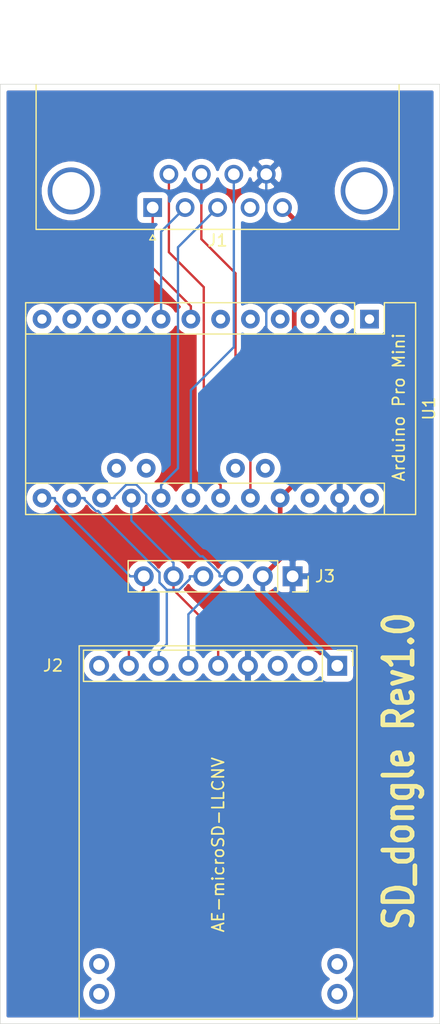
<source format=kicad_pcb>
(kicad_pcb (version 20171130) (host pcbnew "(5.1.9)-1")

  (general
    (thickness 1.6)
    (drawings 6)
    (tracks 79)
    (zones 0)
    (modules 4)
    (nets 13)
  )

  (page A4)
  (layers
    (0 F.Cu signal)
    (31 B.Cu signal)
    (32 B.Adhes user hide)
    (33 F.Adhes user hide)
    (34 B.Paste user)
    (35 F.Paste user)
    (36 B.SilkS user)
    (37 F.SilkS user)
    (38 B.Mask user)
    (39 F.Mask user)
    (40 Dwgs.User user hide)
    (41 Cmts.User user hide)
    (42 Eco1.User user hide)
    (43 Eco2.User user hide)
    (44 Edge.Cuts user)
    (45 Margin user hide)
    (46 B.CrtYd user hide)
    (47 F.CrtYd user hide)
    (48 B.Fab user hide)
    (49 F.Fab user hide)
  )

  (setup
    (last_trace_width 0.2)
    (user_trace_width 0.2)
    (user_trace_width 0.4)
    (user_trace_width 0.6)
    (user_trace_width 0.8)
    (user_trace_width 1)
    (user_trace_width 1.2)
    (user_trace_width 1.6)
    (user_trace_width 2)
    (trace_clearance 0.2)
    (zone_clearance 0.508)
    (zone_45_only no)
    (trace_min 0.2)
    (via_size 0.5)
    (via_drill 0.3)
    (via_min_size 0.4)
    (via_min_drill 0.3)
    (user_via 0.9 0.5)
    (user_via 1.2 0.8)
    (user_via 1.4 0.9)
    (user_via 1.5 1)
    (uvia_size 0.3)
    (uvia_drill 0.1)
    (uvias_allowed no)
    (uvia_min_size 0.2)
    (uvia_min_drill 0.1)
    (edge_width 0.05)
    (segment_width 0.2)
    (pcb_text_width 0.3)
    (pcb_text_size 1.5 1.5)
    (mod_edge_width 0.12)
    (mod_text_size 1 1)
    (mod_text_width 0.15)
    (pad_size 1.524 1.524)
    (pad_drill 0.762)
    (pad_to_mask_clearance 0)
    (aux_axis_origin 26.836 195.846)
    (grid_origin 26.836 195.846)
    (visible_elements 7FFFFFFF)
    (pcbplotparams
      (layerselection 0x010fc_ffffffff)
      (usegerberextensions true)
      (usegerberattributes false)
      (usegerberadvancedattributes false)
      (creategerberjobfile false)
      (excludeedgelayer true)
      (linewidth 0.100000)
      (plotframeref false)
      (viasonmask false)
      (mode 1)
      (useauxorigin true)
      (hpglpennumber 1)
      (hpglpenspeed 20)
      (hpglpendiameter 15.000000)
      (psnegative false)
      (psa4output false)
      (plotreference true)
      (plotvalue true)
      (plotinvisibletext false)
      (padsonsilk true)
      (subtractmaskfromsilk false)
      (outputformat 1)
      (mirror false)
      (drillshape 0)
      (scaleselection 1)
      (outputdirectory ""))
  )

  (net 0 "")
  (net 1 +5V)
  (net 2 GND)
  (net 3 /SCK)
  (net 4 /MISO)
  (net 5 /MOSI)
  (net 6 /CS)
  (net 7 "Net-(J1-Pad1)")
  (net 8 "Net-(J1-Pad2)")
  (net 9 "Net-(J1-Pad3)")
  (net 10 "Net-(J1-Pad6)")
  (net 11 "Net-(J1-Pad7)")
  (net 12 "Net-(J1-Pad8)")

  (net_class Default "This is the default net class."
    (clearance 0.2)
    (trace_width 0.2)
    (via_dia 0.5)
    (via_drill 0.3)
    (uvia_dia 0.3)
    (uvia_drill 0.1)
    (add_net +5V)
    (add_net /CS)
    (add_net /MISO)
    (add_net /MOSI)
    (add_net /SCK)
    (add_net GND)
    (add_net "Net-(J1-Pad1)")
    (add_net "Net-(J1-Pad2)")
    (add_net "Net-(J1-Pad3)")
    (add_net "Net-(J1-Pad6)")
    (add_net "Net-(J1-Pad7)")
    (add_net "Net-(J1-Pad8)")
  )

  (net_class +5V ""
    (clearance 0.2)
    (trace_width 0.4)
    (via_dia 0.5)
    (via_drill 0.3)
    (uvia_dia 0.3)
    (uvia_drill 0.1)
  )

  (net_class GND ""
    (clearance 0.2)
    (trace_width 0.4)
    (via_dia 0.5)
    (via_drill 0.3)
    (uvia_dia 0.3)
    (uvia_drill 0.1)
  )

  (module Connector_PinSocket_2.54mm:PinSocket_1x06_P2.54mm_Vertical (layer F.Cu) (tedit 5A19A430) (tstamp 64C4DA0A)
    (at 51.776 157.746 270)
    (descr "Through hole straight socket strip, 1x06, 2.54mm pitch, single row (from Kicad 4.0.7), script generated")
    (tags "Through hole socket strip THT 1x06 2.54mm single row")
    (path /64E98C77)
    (fp_text reference J3 (at 0 -2.77) (layer F.SilkS)
      (effects (font (size 1 1) (thickness 0.15)))
    )
    (fp_text value "MicroSD Card Adapter" (at 0 15.47 90) (layer F.Fab)
      (effects (font (size 1 1) (thickness 0.15)))
    )
    (fp_line (start -1.27 -1.27) (end 0.635 -1.27) (layer F.Fab) (width 0.1))
    (fp_line (start 0.635 -1.27) (end 1.27 -0.635) (layer F.Fab) (width 0.1))
    (fp_line (start 1.27 -0.635) (end 1.27 13.97) (layer F.Fab) (width 0.1))
    (fp_line (start 1.27 13.97) (end -1.27 13.97) (layer F.Fab) (width 0.1))
    (fp_line (start -1.27 13.97) (end -1.27 -1.27) (layer F.Fab) (width 0.1))
    (fp_line (start -1.33 1.27) (end 1.33 1.27) (layer F.SilkS) (width 0.12))
    (fp_line (start -1.33 1.27) (end -1.33 14.03) (layer F.SilkS) (width 0.12))
    (fp_line (start -1.33 14.03) (end 1.33 14.03) (layer F.SilkS) (width 0.12))
    (fp_line (start 1.33 1.27) (end 1.33 14.03) (layer F.SilkS) (width 0.12))
    (fp_line (start 1.33 -1.33) (end 1.33 0) (layer F.SilkS) (width 0.12))
    (fp_line (start 0 -1.33) (end 1.33 -1.33) (layer F.SilkS) (width 0.12))
    (fp_line (start -1.8 -1.8) (end 1.75 -1.8) (layer F.CrtYd) (width 0.05))
    (fp_line (start 1.75 -1.8) (end 1.75 14.45) (layer F.CrtYd) (width 0.05))
    (fp_line (start 1.75 14.45) (end -1.8 14.45) (layer F.CrtYd) (width 0.05))
    (fp_line (start -1.8 14.45) (end -1.8 -1.8) (layer F.CrtYd) (width 0.05))
    (fp_text user %R (at 0 6.35) (layer F.Fab)
      (effects (font (size 1 1) (thickness 0.15)))
    )
    (pad 1 thru_hole rect (at 0 0 270) (size 1.7 1.7) (drill 1) (layers *.Cu *.Mask)
      (net 2 GND))
    (pad 2 thru_hole oval (at 0 2.54 270) (size 1.7 1.7) (drill 1) (layers *.Cu *.Mask)
      (net 1 +5V))
    (pad 3 thru_hole oval (at 0 5.08 270) (size 1.7 1.7) (drill 1) (layers *.Cu *.Mask)
      (net 4 /MISO))
    (pad 4 thru_hole oval (at 0 7.62 270) (size 1.7 1.7) (drill 1) (layers *.Cu *.Mask)
      (net 5 /MOSI))
    (pad 5 thru_hole oval (at 0 10.16 270) (size 1.7 1.7) (drill 1) (layers *.Cu *.Mask)
      (net 3 /SCK))
    (pad 6 thru_hole oval (at 0 12.7 270) (size 1.7 1.7) (drill 1) (layers *.Cu *.Mask)
      (net 6 /CS))
    (model ${KISYS3DMOD}/Connector_PinSocket_2.54mm.3dshapes/PinSocket_1x06_P2.54mm_Vertical.wrl
      (at (xyz 0 0 0))
      (scale (xyz 1 1 1))
      (rotate (xyz 0 0 0))
    )
  )

  (module Connector_Dsub:DSUB-9_Female_Horizontal_P2.77x2.84mm_EdgePinOffset7.70mm_Housed_MountingHolesOffset9.12mm (layer F.Cu) (tedit 59FEDEE2) (tstamp 651A5703)
    (at 39.836 126.346 180)
    (descr "9-pin D-Sub connector, horizontal/angled (90 deg), THT-mount, female, pitch 2.77x2.84mm, pin-PCB-offset 7.699999999999999mm, distance of mounting holes 25mm, distance of mounting holes to PCB edge 9.12mm, see https://disti-assets.s3.amazonaws.com/tonar/files/datasheets/16730.pdf")
    (tags "9-pin D-Sub connector horizontal angled 90deg THT female pitch 2.77x2.84mm pin-PCB-offset 7.699999999999999mm mounting-holes-distance 25mm mounting-hole-offset 25mm")
    (path /652BDD56)
    (fp_text reference J1 (at -5.54 -2.8) (layer F.SilkS)
      (effects (font (size 1 1) (thickness 0.15)))
    )
    (fp_text value Conn_01x09 (at -5.54 18.61) (layer F.Fab)
      (effects (font (size 1 1) (thickness 0.15)))
    )
    (fp_line (start -20.965 -1.8) (end -20.965 10.54) (layer F.Fab) (width 0.1))
    (fp_line (start -20.965 10.54) (end 9.885 10.54) (layer F.Fab) (width 0.1))
    (fp_line (start 9.885 10.54) (end 9.885 -1.8) (layer F.Fab) (width 0.1))
    (fp_line (start 9.885 -1.8) (end -20.965 -1.8) (layer F.Fab) (width 0.1))
    (fp_line (start -20.965 10.54) (end -20.965 10.94) (layer F.Fab) (width 0.1))
    (fp_line (start -20.965 10.94) (end 9.885 10.94) (layer F.Fab) (width 0.1))
    (fp_line (start 9.885 10.94) (end 9.885 10.54) (layer F.Fab) (width 0.1))
    (fp_line (start 9.885 10.54) (end -20.965 10.54) (layer F.Fab) (width 0.1))
    (fp_line (start -13.69 10.94) (end -13.69 17.11) (layer F.Fab) (width 0.1))
    (fp_line (start -13.69 17.11) (end 2.61 17.11) (layer F.Fab) (width 0.1))
    (fp_line (start 2.61 17.11) (end 2.61 10.94) (layer F.Fab) (width 0.1))
    (fp_line (start 2.61 10.94) (end -13.69 10.94) (layer F.Fab) (width 0.1))
    (fp_line (start -20.54 10.94) (end -20.54 15.94) (layer F.Fab) (width 0.1))
    (fp_line (start -20.54 15.94) (end -15.54 15.94) (layer F.Fab) (width 0.1))
    (fp_line (start -15.54 15.94) (end -15.54 10.94) (layer F.Fab) (width 0.1))
    (fp_line (start -15.54 10.94) (end -20.54 10.94) (layer F.Fab) (width 0.1))
    (fp_line (start 4.46 10.94) (end 4.46 15.94) (layer F.Fab) (width 0.1))
    (fp_line (start 4.46 15.94) (end 9.46 15.94) (layer F.Fab) (width 0.1))
    (fp_line (start 9.46 15.94) (end 9.46 10.94) (layer F.Fab) (width 0.1))
    (fp_line (start 9.46 10.94) (end 4.46 10.94) (layer F.Fab) (width 0.1))
    (fp_line (start -19.64 10.54) (end -19.64 1.42) (layer F.Fab) (width 0.1))
    (fp_line (start -16.44 10.54) (end -16.44 1.42) (layer F.Fab) (width 0.1))
    (fp_line (start 5.36 10.54) (end 5.36 1.42) (layer F.Fab) (width 0.1))
    (fp_line (start 8.56 10.54) (end 8.56 1.42) (layer F.Fab) (width 0.1))
    (fp_line (start -21.025 10.48) (end -21.025 -1.86) (layer F.SilkS) (width 0.12))
    (fp_line (start -21.025 -1.86) (end 9.945 -1.86) (layer F.SilkS) (width 0.12))
    (fp_line (start 9.945 -1.86) (end 9.945 10.48) (layer F.SilkS) (width 0.12))
    (fp_line (start -0.25 -2.754338) (end 0.25 -2.754338) (layer F.SilkS) (width 0.12))
    (fp_line (start 0.25 -2.754338) (end 0 -2.321325) (layer F.SilkS) (width 0.12))
    (fp_line (start 0 -2.321325) (end -0.25 -2.754338) (layer F.SilkS) (width 0.12))
    (fp_line (start -21.5 -2.35) (end -21.5 17.65) (layer F.CrtYd) (width 0.05))
    (fp_line (start -21.5 17.65) (end 10.4 17.65) (layer F.CrtYd) (width 0.05))
    (fp_line (start 10.4 17.65) (end 10.4 -2.35) (layer F.CrtYd) (width 0.05))
    (fp_line (start 10.4 -2.35) (end -21.5 -2.35) (layer F.CrtYd) (width 0.05))
    (fp_arc (start -18.04 1.42) (end -19.64 1.42) (angle 180) (layer F.Fab) (width 0.1))
    (fp_arc (start 6.96 1.42) (end 5.36 1.42) (angle 180) (layer F.Fab) (width 0.1))
    (fp_text user %R (at -5.54 14.025) (layer F.Fab)
      (effects (font (size 1 1) (thickness 0.15)))
    )
    (pad 1 thru_hole rect (at 0 0 180) (size 1.6 1.6) (drill 1) (layers *.Cu *.Mask)
      (net 7 "Net-(J1-Pad1)"))
    (pad 2 thru_hole circle (at -2.77 0 180) (size 1.6 1.6) (drill 1) (layers *.Cu *.Mask)
      (net 8 "Net-(J1-Pad2)"))
    (pad 3 thru_hole circle (at -5.54 0 180) (size 1.6 1.6) (drill 1) (layers *.Cu *.Mask)
      (net 9 "Net-(J1-Pad3)"))
    (pad 4 thru_hole circle (at -8.31 0 180) (size 1.6 1.6) (drill 1) (layers *.Cu *.Mask))
    (pad 5 thru_hole circle (at -11.08 0 180) (size 1.6 1.6) (drill 1) (layers *.Cu *.Mask)
      (net 1 +5V))
    (pad 6 thru_hole circle (at -1.385 2.84 180) (size 1.6 1.6) (drill 1) (layers *.Cu *.Mask)
      (net 10 "Net-(J1-Pad6)"))
    (pad 7 thru_hole circle (at -4.155 2.84 180) (size 1.6 1.6) (drill 1) (layers *.Cu *.Mask)
      (net 11 "Net-(J1-Pad7)"))
    (pad 8 thru_hole circle (at -6.925 2.84 180) (size 1.6 1.6) (drill 1) (layers *.Cu *.Mask)
      (net 12 "Net-(J1-Pad8)"))
    (pad 9 thru_hole circle (at -9.695 2.84 180) (size 1.6 1.6) (drill 1) (layers *.Cu *.Mask)
      (net 2 GND))
    (pad 0 thru_hole circle (at -18.04 1.42 180) (size 4 4) (drill 3.2) (layers *.Cu *.Mask))
    (pad 0 thru_hole circle (at 6.96 1.42 180) (size 4 4) (drill 3.2) (layers *.Cu *.Mask))
    (model ${KISYS3DMOD}/Connector_Dsub.3dshapes/DSUB-9_Female_Horizontal_P2.77x2.84mm_EdgePinOffset7.70mm_Housed_MountingHolesOffset9.12mm.wrl
      (at (xyz 0 0 0))
      (scale (xyz 1 1 1))
      (rotate (xyz 0 0 0))
    )
  )

  (module Arduino:AE-microSD-LLCNV (layer F.Cu) (tedit 612B3468) (tstamp 673F14DC)
    (at 35.266 165.366 90)
    (descr "Through hole straight pin header, 1x09, 2.54mm pitch, single row")
    (tags "Through hole pin header THT 1x09 2.54mm single row")
    (path /64E98C6C)
    (fp_text reference J2 (at 0.02 -3.93) (layer F.SilkS)
      (effects (font (size 1 1) (thickness 0.15)))
    )
    (fp_text value Micro_SD_Card_Kit (at -12.7 22.86 90) (layer F.Fab)
      (effects (font (size 1 1) (thickness 0.15)))
    )
    (fp_line (start 1.7 22) (end 1.7 -1.7) (layer F.SilkS) (width 0.12))
    (fp_line (start -30.1 22) (end 1.7 22) (layer F.SilkS) (width 0.12))
    (fp_line (start -30.1 -1.7) (end -30.1 22) (layer F.SilkS) (width 0.12))
    (fp_line (start 1.7 -1.7) (end -30.1 -1.7) (layer F.SilkS) (width 0.12))
    (fp_line (start 1.8 -1.8) (end -30.2 -1.8) (layer F.CrtYd) (width 0.05))
    (fp_line (start 1.8 22.1) (end 1.8 -1.8) (layer F.CrtYd) (width 0.05))
    (fp_line (start -30.2 22.1) (end 1.8 22.1) (layer F.CrtYd) (width 0.05))
    (fp_line (start -30.2 -1.8) (end -30.2 22.1) (layer F.CrtYd) (width 0.05))
    (fp_line (start 1.33 21.65) (end 0 21.65) (layer F.SilkS) (width 0.12))
    (fp_line (start 1.33 20.32) (end 1.33 21.65) (layer F.SilkS) (width 0.12))
    (fp_line (start 1.33 19.05) (end -1.33 19.05) (layer F.SilkS) (width 0.12))
    (fp_line (start -1.33 19.05) (end -1.33 -1.33) (layer F.SilkS) (width 0.12))
    (fp_line (start 1.33 19.05) (end 1.33 -1.33) (layer F.SilkS) (width 0.12))
    (fp_line (start 1.33 -1.33) (end -1.33 -1.33) (layer F.SilkS) (width 0.12))
    (fp_line (start 1.27 20.955) (end 0.635 21.59) (layer F.Fab) (width 0.1))
    (fp_line (start 1.27 -1.27) (end 1.27 20.955) (layer F.Fab) (width 0.1))
    (fp_line (start -1.27 -1.27) (end 1.27 -1.27) (layer F.Fab) (width 0.1))
    (fp_line (start -1.27 21.59) (end -1.27 -1.27) (layer F.Fab) (width 0.1))
    (fp_line (start 0.635 21.59) (end -1.27 21.59) (layer F.Fab) (width 0.1))
    (fp_text user %R (at 0 10.16 180) (layer F.Fab)
      (effects (font (size 1 1) (thickness 0.15)))
    )
    (fp_text user AE-microSD-LLCNV (at -15.24 10.16 90) (layer F.SilkS)
      (effects (font (size 1 1) (thickness 0.15)))
    )
    (pad 1 thru_hole rect (at 0 20.32 270) (size 1.7 1.7) (drill 1) (layers *.Cu *.Mask)
      (net 1 +5V))
    (pad 2 thru_hole oval (at 0 17.78 270) (size 1.7 1.7) (drill 1) (layers *.Cu *.Mask))
    (pad 3 thru_hole oval (at 0 15.24 270) (size 1.7 1.7) (drill 1) (layers *.Cu *.Mask))
    (pad 4 thru_hole oval (at 0 12.7 270) (size 1.7 1.7) (drill 1) (layers *.Cu *.Mask)
      (net 2 GND))
    (pad 5 thru_hole oval (at 0 10.16 270) (size 1.7 1.7) (drill 1) (layers *.Cu *.Mask)
      (net 3 /SCK))
    (pad 6 thru_hole oval (at 0 7.62 270) (size 1.7 1.7) (drill 1) (layers *.Cu *.Mask)
      (net 4 /MISO))
    (pad 7 thru_hole oval (at 0 5.08 270) (size 1.7 1.7) (drill 1) (layers *.Cu *.Mask)
      (net 5 /MOSI))
    (pad 8 thru_hole oval (at 0 2.54 270) (size 1.7 1.7) (drill 1) (layers *.Cu *.Mask)
      (net 6 /CS))
    (pad 9 thru_hole oval (at 0 0 270) (size 1.7 1.7) (drill 1) (layers *.Cu *.Mask))
    (pad "" thru_hole oval (at -27.94 0 90) (size 1.7 1.7) (drill 1) (layers *.Cu *.Mask))
    (pad "" thru_hole oval (at -25.4 0 90) (size 1.7 1.7) (drill 1) (layers *.Cu *.Mask))
    (pad "" thru_hole oval (at -27.94 20.32 90) (size 1.7 1.7) (drill 1) (layers *.Cu *.Mask))
    (pad "" thru_hole oval (at -25.4 20.32 90) (size 1.7 1.7) (drill 1) (layers *.Cu *.Mask))
    (model ${KISYS3DMOD}/Connector_PinHeader_2.54mm.3dshapes/PinHeader_1x09_P2.54mm_Vertical.wrl
      (at (xyz 0 0 0))
      (scale (xyz 1 1 1))
      (rotate (xyz 0 0 0))
    )
  )

  (module Arduino:Arduino_Pro_Mini (layer F.Cu) (tedit 5FA0E9FC) (tstamp 673F1501)
    (at 58.336 135.846 270)
    (descr "Arduino Pro Mini")
    (tags "Arduino Pro Mini")
    (path /64E98BF0)
    (fp_text reference U1 (at 7.62 -5.08 90) (layer F.SilkS)
      (effects (font (size 1 1) (thickness 0.15)))
    )
    (fp_text value Arduino_Pro_Mini_5V (at 8.89 19.05) (layer F.Fab)
      (effects (font (size 1 1) (thickness 0.15)))
    )
    (fp_line (start 16.764 29.464) (end -1.524 29.464) (layer F.CrtYd) (width 0.05))
    (fp_line (start 16.764 29.464) (end 16.764 -4.064) (layer F.CrtYd) (width 0.05))
    (fp_line (start -1.524 -4.064) (end -1.524 29.464) (layer F.CrtYd) (width 0.05))
    (fp_line (start -1.524 -4.064) (end 16.764 -4.064) (layer F.CrtYd) (width 0.05))
    (fp_line (start 16.51 -3.81) (end 16.51 29.21) (layer F.Fab) (width 0.1))
    (fp_line (start 0 -3.81) (end 16.51 -3.81) (layer F.Fab) (width 0.1))
    (fp_line (start -1.27 -2.54) (end 0 -3.81) (layer F.Fab) (width 0.1))
    (fp_line (start -1.27 29.21) (end -1.27 -2.54) (layer F.Fab) (width 0.1))
    (fp_line (start 16.51 29.21) (end -1.27 29.21) (layer F.Fab) (width 0.1))
    (fp_line (start 16.637 -3.937) (end -1.397 -3.937) (layer F.SilkS) (width 0.12))
    (fp_line (start 16.637 29.337) (end 16.637 -3.937) (layer F.SilkS) (width 0.12))
    (fp_line (start 1.27 1.27) (end 1.27 29.337) (layer F.SilkS) (width 0.12))
    (fp_line (start 1.27 1.27) (end -1.397 1.27) (layer F.SilkS) (width 0.12))
    (fp_line (start -1.397 29.337) (end 16.64 29.337) (layer F.SilkS) (width 0.12))
    (fp_line (start 13.97 -1.27) (end 13.97 29.337) (layer F.SilkS) (width 0.12))
    (fp_line (start 13.97 -1.27) (end 16.64 -1.27) (layer F.SilkS) (width 0.12))
    (fp_line (start -1.397 -3.937) (end -1.397 -1.27) (layer F.SilkS) (width 0.12))
    (fp_line (start -1.397 1.27) (end -1.397 29.337) (layer F.SilkS) (width 0.12))
    (fp_line (start 1.27 -1.27) (end -1.397 -1.27) (layer F.SilkS) (width 0.12))
    (fp_line (start 1.27 1.27) (end 1.27 -1.27) (layer F.SilkS) (width 0.12))
    (fp_text user %R (at 6.35 19.05) (layer F.Fab)
      (effects (font (size 1 1) (thickness 0.15)))
    )
    (pad 1 thru_hole rect (at 0 0 270) (size 1.6 1.6) (drill 0.8) (layers *.Cu *.Mask))
    (pad 2 thru_hole oval (at 0 2.54 270) (size 1.6 1.6) (drill 0.8) (layers *.Cu *.Mask))
    (pad 3 thru_hole oval (at 0 5.08 270) (size 1.6 1.6) (drill 0.8) (layers *.Cu *.Mask))
    (pad 13 thru_hole oval (at 15.24 27.94 270) (size 1.6 1.6) (drill 0.8) (layers *.Cu *.Mask)
      (net 6 /CS))
    (pad 4 thru_hole oval (at 0 7.62 270) (size 1.6 1.6) (drill 0.8) (layers *.Cu *.Mask))
    (pad 14 thru_hole oval (at 15.24 25.4 270) (size 1.6 1.6) (drill 0.8) (layers *.Cu *.Mask)
      (net 5 /MOSI))
    (pad 5 thru_hole oval (at 0 10.16 270) (size 1.6 1.6) (drill 0.8) (layers *.Cu *.Mask))
    (pad 15 thru_hole oval (at 15.24 22.86 270) (size 1.6 1.6) (drill 0.8) (layers *.Cu *.Mask)
      (net 4 /MISO))
    (pad 6 thru_hole oval (at 0 12.7 270) (size 1.6 1.6) (drill 0.8) (layers *.Cu *.Mask))
    (pad 16 thru_hole oval (at 15.24 20.32 270) (size 1.6 1.6) (drill 0.8) (layers *.Cu *.Mask)
      (net 3 /SCK))
    (pad 7 thru_hole oval (at 0 15.24 270) (size 1.6 1.6) (drill 0.8) (layers *.Cu *.Mask)
      (net 7 "Net-(J1-Pad1)"))
    (pad 17 thru_hole oval (at 15.24 17.78 270) (size 1.6 1.6) (drill 0.8) (layers *.Cu *.Mask)
      (net 9 "Net-(J1-Pad3)"))
    (pad 8 thru_hole oval (at 0 17.78 270) (size 1.6 1.6) (drill 0.8) (layers *.Cu *.Mask)
      (net 8 "Net-(J1-Pad2)"))
    (pad 18 thru_hole oval (at 15.24 15.24 270) (size 1.6 1.6) (drill 0.8) (layers *.Cu *.Mask)
      (net 12 "Net-(J1-Pad8)"))
    (pad 9 thru_hole oval (at 0 20.32 270) (size 1.6 1.6) (drill 0.8) (layers *.Cu *.Mask))
    (pad 19 thru_hole oval (at 15.24 12.7 270) (size 1.6 1.6) (drill 0.8) (layers *.Cu *.Mask)
      (net 10 "Net-(J1-Pad6)"))
    (pad 10 thru_hole oval (at 0 22.86 270) (size 1.6 1.6) (drill 0.8) (layers *.Cu *.Mask))
    (pad 20 thru_hole oval (at 15.24 10.16 270) (size 1.6 1.6) (drill 0.8) (layers *.Cu *.Mask)
      (net 11 "Net-(J1-Pad7)"))
    (pad 11 thru_hole oval (at 0 25.4 270) (size 1.6 1.6) (drill 0.8) (layers *.Cu *.Mask))
    (pad 21 thru_hole oval (at 15.24 7.62 270) (size 1.6 1.6) (drill 0.8) (layers *.Cu *.Mask)
      (net 1 +5V))
    (pad 12 thru_hole oval (at 0 27.94 270) (size 1.6 1.6) (drill 0.8) (layers *.Cu *.Mask))
    (pad 22 thru_hole oval (at 15.24 5.08 270) (size 1.6 1.6) (drill 0.8) (layers *.Cu *.Mask))
    (pad 23 thru_hole oval (at 15.24 2.54 270) (size 1.6 1.6) (drill 0.8) (layers *.Cu *.Mask)
      (net 2 GND))
    (pad 24 thru_hole oval (at 15.24 0 270) (size 1.6 1.6) (drill 0.8) (layers *.Cu *.Mask))
    (pad A5 thru_hole oval (at 12.7 8.89 270) (size 1.6 1.6) (drill 0.8) (layers *.Cu *.Mask))
    (pad A4 thru_hole oval (at 12.7 11.43 270) (size 1.6 1.6) (drill 0.8) (layers *.Cu *.Mask))
    (pad A7 thru_hole oval (at 12.7 19.05 270) (size 1.6 1.6) (drill 0.8) (layers *.Cu *.Mask))
    (pad A6 thru_hole oval (at 12.7 21.59 270) (size 1.6 1.6) (drill 0.8) (layers *.Cu *.Mask))
    (model ${KISYS3DMOD}/Module.3dshapes/Arduino_Nano_WithMountingHoles.wrl
      (at (xyz 0 0 0))
      (scale (xyz 1 1 1))
      (rotate (xyz 0 0 0))
    )
    (model ${LOCALREPO}/kicad-lib-arduino/Arduino.3dshapes/arduino_pro_mini.x3d
      (at (xyz 0 0 0))
      (scale (xyz 1 1 1))
      (rotate (xyz 0 0 0))
    )
  )

  (gr_line (start 64.336 115.846) (end 26.836 115.846) (layer Edge.Cuts) (width 0.05))
  (gr_line (start 26.836 115.846) (end 26.836 195.846) (layer Edge.Cuts) (width 0.05) (tstamp 6261A2E7))
  (gr_line (start 64.336 195.846) (end 64.336 115.846) (layer Edge.Cuts) (width 0.05))
  (gr_line (start 26.836 195.846) (end 64.336 195.846) (layer Edge.Cuts) (width 0.05))
  (gr_text "SD_dongle Rev1.0" (at 60.836 174.346 90) (layer F.SilkS)
    (effects (font (size 2.5 2) (thickness 0.4)))
  )
  (gr_text "Arduino Pro Mini" (at 60.836 143.346 90) (layer F.SilkS)
    (effects (font (size 1 1) (thickness 0.15)))
  )

  (segment (start 51.916001 149.885999) (end 50.716 151.086) (width 0.4) (layer F.Cu) (net 1) (status 20))
  (segment (start 51.916001 127.346001) (end 51.916001 149.885999) (width 0.4) (layer F.Cu) (net 1))
  (segment (start 50.916 126.346) (end 51.916001 127.346001) (width 0.4) (layer F.Cu) (net 1) (status 10))
  (segment (start 50.716 156.266) (end 49.236 157.746) (width 0.4) (layer F.Cu) (net 1) (status 20))
  (segment (start 50.716 151.086) (end 50.716 156.266) (width 0.4) (layer F.Cu) (net 1) (status 10))
  (segment (start 49.236 159.016) (end 55.586 165.366) (width 0.4) (layer B.Cu) (net 1) (status 20))
  (segment (start 49.236 157.746) (end 49.236 159.016) (width 0.4) (layer B.Cu) (net 1) (status 10))
  (segment (start 55.796 151.086) (end 55.796 149.9857) (width 0.2) (layer B.Cu) (net 2) (status 10))
  (segment (start 49.531 123.506) (end 49.531 143.7207) (width 0.2) (layer B.Cu) (net 2) (status 10))
  (segment (start 49.531 143.7207) (end 55.796 149.9857) (width 0.2) (layer B.Cu) (net 2))
  (segment (start 47.966 165.366) (end 47.966 164.2157) (width 0.2) (layer F.Cu) (net 2) (status 10))
  (segment (start 51.776 157.746) (end 51.776 160.4057) (width 0.2) (layer F.Cu) (net 2) (status 10))
  (segment (start 51.776 160.4057) (end 47.966 164.2157) (width 0.2) (layer F.Cu) (net 2))
  (segment (start 51.776 157.746) (end 51.776 156.5957) (width 0.2) (layer B.Cu) (net 2) (status 10))
  (segment (start 55.796 151.086) (end 55.796 152.5757) (width 0.2) (layer B.Cu) (net 2) (status 10))
  (segment (start 55.796 152.5757) (end 51.776 156.5957) (width 0.2) (layer B.Cu) (net 2))
  (segment (start 41.616 157.746) (end 41.616 158.8963) (width 0.2) (layer F.Cu) (net 3) (status 10))
  (segment (start 41.616 158.8963) (end 45.426 162.7063) (width 0.2) (layer F.Cu) (net 3))
  (segment (start 45.426 162.7063) (end 45.426 165.366) (width 0.2) (layer F.Cu) (net 3) (status 20))
  (segment (start 41.616 157.746) (end 41.616 156.5957) (width 0.2) (layer B.Cu) (net 3) (status 10))
  (segment (start 38.016 151.086) (end 38.016 152.9957) (width 0.2) (layer B.Cu) (net 3) (status 10))
  (segment (start 38.016 152.9957) (end 41.616 156.5957) (width 0.2) (layer B.Cu) (net 3))
  (segment (start 46.1209 157.746) (end 42.886 160.9809) (width 0.2) (layer B.Cu) (net 4) (status 10))
  (segment (start 42.886 160.9809) (end 42.886 165.366) (width 0.2) (layer B.Cu) (net 4) (status 20))
  (segment (start 46.1209 157.746) (end 45.5457 157.746) (width 0.2) (layer B.Cu) (net 4) (status 10))
  (segment (start 46.696 157.746) (end 46.1209 157.746) (width 0.2) (layer B.Cu) (net 4) (status 30))
  (segment (start 35.476 151.086) (end 36.5763 151.086) (width 0.2) (layer B.Cu) (net 4) (status 10))
  (segment (start 36.5763 151.086) (end 36.5763 150.9485) (width 0.2) (layer B.Cu) (net 4))
  (segment (start 36.5763 150.9485) (end 37.5877 149.9371) (width 0.2) (layer B.Cu) (net 4))
  (segment (start 37.5877 149.9371) (end 38.4382 149.9371) (width 0.2) (layer B.Cu) (net 4))
  (segment (start 38.4382 149.9371) (end 39.286 150.7849) (width 0.2) (layer B.Cu) (net 4))
  (segment (start 39.286 150.7849) (end 39.286 151.4396) (width 0.2) (layer B.Cu) (net 4))
  (segment (start 39.286 151.4396) (end 43.8856 156.0392) (width 0.2) (layer B.Cu) (net 4))
  (segment (start 43.8856 156.0392) (end 44.1006 156.0392) (width 0.2) (layer B.Cu) (net 4))
  (segment (start 44.1006 156.0392) (end 45.5457 157.4843) (width 0.2) (layer B.Cu) (net 4))
  (segment (start 45.5457 157.4843) (end 45.5457 157.746) (width 0.2) (layer B.Cu) (net 4))
  (segment (start 41.0407 158.9016) (end 41.0407 163.521) (width 0.2) (layer B.Cu) (net 5))
  (segment (start 41.0407 163.521) (end 40.346 164.2157) (width 0.2) (layer B.Cu) (net 5))
  (segment (start 34.0363 151.086) (end 34.0363 151.2237) (width 0.2) (layer B.Cu) (net 5))
  (segment (start 34.0363 151.2237) (end 34.9989 152.1863) (width 0.2) (layer B.Cu) (net 5))
  (segment (start 34.9989 152.1863) (end 35.1805 152.1863) (width 0.2) (layer B.Cu) (net 5))
  (segment (start 35.1805 152.1863) (end 40.4197 157.4255) (width 0.2) (layer B.Cu) (net 5))
  (segment (start 40.4197 157.4255) (end 40.4197 158.2806) (width 0.2) (layer B.Cu) (net 5))
  (segment (start 40.4197 158.2806) (end 41.0407 158.9016) (width 0.2) (layer B.Cu) (net 5))
  (segment (start 41.0407 158.9016) (end 42.0884 158.9016) (width 0.2) (layer B.Cu) (net 5))
  (segment (start 42.0884 158.9016) (end 43.0057 157.9843) (width 0.2) (layer B.Cu) (net 5))
  (segment (start 43.0057 157.9843) (end 43.0057 157.746) (width 0.2) (layer B.Cu) (net 5))
  (segment (start 40.346 165.366) (end 40.346 164.2157) (width 0.2) (layer B.Cu) (net 5) (status 10))
  (segment (start 44.156 157.746) (end 43.0057 157.746) (width 0.2) (layer B.Cu) (net 5) (status 10))
  (segment (start 32.936 151.086) (end 34.0363 151.086) (width 0.2) (layer B.Cu) (net 5) (status 10))
  (segment (start 39.076 157.746) (end 39.076 158.8963) (width 0.2) (layer F.Cu) (net 6) (status 10))
  (segment (start 39.076 158.8963) (end 37.806 160.1663) (width 0.2) (layer F.Cu) (net 6))
  (segment (start 37.806 160.1663) (end 37.806 165.366) (width 0.2) (layer F.Cu) (net 6) (status 20))
  (segment (start 39.076 157.746) (end 37.9257 157.746) (width 0.2) (layer B.Cu) (net 6) (status 10))
  (segment (start 30.396 151.086) (end 31.4963 151.086) (width 0.2) (layer B.Cu) (net 6) (status 10))
  (segment (start 31.4963 151.086) (end 31.4963 151.3166) (width 0.2) (layer B.Cu) (net 6))
  (segment (start 31.4963 151.3166) (end 37.9257 157.746) (width 0.2) (layer B.Cu) (net 6))
  (segment (start 43.096 135.846) (end 43.096 134.7457) (width 0.2) (layer F.Cu) (net 7) (status 10))
  (segment (start 39.836 126.346) (end 39.836 131.4857) (width 0.2) (layer F.Cu) (net 7) (status 10))
  (segment (start 39.836 131.4857) (end 43.096 134.7457) (width 0.2) (layer F.Cu) (net 7))
  (segment (start 42.606 126.346) (end 40.556 128.396) (width 0.2) (layer B.Cu) (net 8) (status 10))
  (segment (start 40.556 128.396) (end 40.556 135.846) (width 0.2) (layer B.Cu) (net 8) (status 20))
  (segment (start 40.556 149.9857) (end 41.9956 148.5461) (width 0.2) (layer B.Cu) (net 9))
  (segment (start 41.9956 148.5461) (end 41.9956 129.7264) (width 0.2) (layer B.Cu) (net 9))
  (segment (start 41.9956 129.7264) (end 45.376 126.346) (width 0.2) (layer B.Cu) (net 9) (status 20))
  (segment (start 40.556 151.086) (end 40.556 149.9857) (width 0.2) (layer B.Cu) (net 9) (status 10))
  (segment (start 45.636 149.9857) (end 44.1964 148.5461) (width 0.2) (layer F.Cu) (net 10))
  (segment (start 44.1964 148.5461) (end 44.1964 133.1215) (width 0.2) (layer F.Cu) (net 10))
  (segment (start 44.1964 133.1215) (end 41.221 130.1461) (width 0.2) (layer F.Cu) (net 10))
  (segment (start 41.221 130.1461) (end 41.221 123.506) (width 0.2) (layer F.Cu) (net 10) (status 20))
  (segment (start 45.636 151.086) (end 45.636 149.9857) (width 0.2) (layer F.Cu) (net 10) (status 10))
  (segment (start 43.991 123.506) (end 43.991 129.03) (width 0.2) (layer F.Cu) (net 11) (status 10))
  (segment (start 43.991 129.03) (end 46.906 131.945) (width 0.2) (layer F.Cu) (net 11))
  (segment (start 46.906 131.945) (end 46.906 143.1969) (width 0.2) (layer F.Cu) (net 11))
  (segment (start 46.906 143.1969) (end 48.176 144.4669) (width 0.2) (layer F.Cu) (net 11))
  (segment (start 48.176 144.4669) (end 48.176 151.086) (width 0.2) (layer F.Cu) (net 11) (status 20))
  (segment (start 43.096 151.086) (end 43.096 141.8973) (width 0.2) (layer B.Cu) (net 12) (status 10))
  (segment (start 43.096 141.8973) (end 46.761 138.2323) (width 0.2) (layer B.Cu) (net 12))
  (segment (start 46.761 138.2323) (end 46.761 123.506) (width 0.2) (layer B.Cu) (net 12) (status 20))

  (zone (net 2) (net_name GND) (layer F.Cu) (tstamp 673F17D2) (hatch edge 0.508)
    (connect_pads (clearance 0.508))
    (min_thickness 0.254)
    (fill yes (arc_segments 32) (thermal_gap 0.508) (thermal_bridge_width 0.508))
    (polygon
      (pts
        (xy 63.836 195.346) (xy 27.336 195.346) (xy 27.336 116.346) (xy 63.836 116.346)
      )
    )
    (filled_polygon
      (pts
        (xy 63.676 195.186) (xy 27.496 195.186) (xy 27.496 190.61974) (xy 33.781 190.61974) (xy 33.781 190.91226)
        (xy 33.838068 191.199158) (xy 33.95001 191.469411) (xy 34.112525 191.712632) (xy 34.319368 191.919475) (xy 34.49376 192.036)
        (xy 34.319368 192.152525) (xy 34.112525 192.359368) (xy 33.95001 192.602589) (xy 33.838068 192.872842) (xy 33.781 193.15974)
        (xy 33.781 193.45226) (xy 33.838068 193.739158) (xy 33.95001 194.009411) (xy 34.112525 194.252632) (xy 34.319368 194.459475)
        (xy 34.562589 194.62199) (xy 34.832842 194.733932) (xy 35.11974 194.791) (xy 35.41226 194.791) (xy 35.699158 194.733932)
        (xy 35.969411 194.62199) (xy 36.212632 194.459475) (xy 36.419475 194.252632) (xy 36.58199 194.009411) (xy 36.693932 193.739158)
        (xy 36.751 193.45226) (xy 36.751 193.15974) (xy 36.693932 192.872842) (xy 36.58199 192.602589) (xy 36.419475 192.359368)
        (xy 36.212632 192.152525) (xy 36.03824 192.036) (xy 36.212632 191.919475) (xy 36.419475 191.712632) (xy 36.58199 191.469411)
        (xy 36.693932 191.199158) (xy 36.751 190.91226) (xy 36.751 190.61974) (xy 54.101 190.61974) (xy 54.101 190.91226)
        (xy 54.158068 191.199158) (xy 54.27001 191.469411) (xy 54.432525 191.712632) (xy 54.639368 191.919475) (xy 54.81376 192.036)
        (xy 54.639368 192.152525) (xy 54.432525 192.359368) (xy 54.27001 192.602589) (xy 54.158068 192.872842) (xy 54.101 193.15974)
        (xy 54.101 193.45226) (xy 54.158068 193.739158) (xy 54.27001 194.009411) (xy 54.432525 194.252632) (xy 54.639368 194.459475)
        (xy 54.882589 194.62199) (xy 55.152842 194.733932) (xy 55.43974 194.791) (xy 55.73226 194.791) (xy 56.019158 194.733932)
        (xy 56.289411 194.62199) (xy 56.532632 194.459475) (xy 56.739475 194.252632) (xy 56.90199 194.009411) (xy 57.013932 193.739158)
        (xy 57.071 193.45226) (xy 57.071 193.15974) (xy 57.013932 192.872842) (xy 56.90199 192.602589) (xy 56.739475 192.359368)
        (xy 56.532632 192.152525) (xy 56.35824 192.036) (xy 56.532632 191.919475) (xy 56.739475 191.712632) (xy 56.90199 191.469411)
        (xy 57.013932 191.199158) (xy 57.071 190.91226) (xy 57.071 190.61974) (xy 57.013932 190.332842) (xy 56.90199 190.062589)
        (xy 56.739475 189.819368) (xy 56.532632 189.612525) (xy 56.289411 189.45001) (xy 56.019158 189.338068) (xy 55.73226 189.281)
        (xy 55.43974 189.281) (xy 55.152842 189.338068) (xy 54.882589 189.45001) (xy 54.639368 189.612525) (xy 54.432525 189.819368)
        (xy 54.27001 190.062589) (xy 54.158068 190.332842) (xy 54.101 190.61974) (xy 36.751 190.61974) (xy 36.693932 190.332842)
        (xy 36.58199 190.062589) (xy 36.419475 189.819368) (xy 36.212632 189.612525) (xy 35.969411 189.45001) (xy 35.699158 189.338068)
        (xy 35.41226 189.281) (xy 35.11974 189.281) (xy 34.832842 189.338068) (xy 34.562589 189.45001) (xy 34.319368 189.612525)
        (xy 34.112525 189.819368) (xy 33.95001 190.062589) (xy 33.838068 190.332842) (xy 33.781 190.61974) (xy 27.496 190.61974)
        (xy 27.496 135.704665) (xy 28.961 135.704665) (xy 28.961 135.987335) (xy 29.016147 136.264574) (xy 29.12432 136.525727)
        (xy 29.281363 136.760759) (xy 29.481241 136.960637) (xy 29.716273 137.11768) (xy 29.977426 137.225853) (xy 30.254665 137.281)
        (xy 30.537335 137.281) (xy 30.814574 137.225853) (xy 31.075727 137.11768) (xy 31.310759 136.960637) (xy 31.510637 136.760759)
        (xy 31.666 136.528241) (xy 31.821363 136.760759) (xy 32.021241 136.960637) (xy 32.256273 137.11768) (xy 32.517426 137.225853)
        (xy 32.794665 137.281) (xy 33.077335 137.281) (xy 33.354574 137.225853) (xy 33.615727 137.11768) (xy 33.850759 136.960637)
        (xy 34.050637 136.760759) (xy 34.206 136.528241) (xy 34.361363 136.760759) (xy 34.561241 136.960637) (xy 34.796273 137.11768)
        (xy 35.057426 137.225853) (xy 35.334665 137.281) (xy 35.617335 137.281) (xy 35.894574 137.225853) (xy 36.155727 137.11768)
        (xy 36.390759 136.960637) (xy 36.590637 136.760759) (xy 36.746 136.528241) (xy 36.901363 136.760759) (xy 37.101241 136.960637)
        (xy 37.336273 137.11768) (xy 37.597426 137.225853) (xy 37.874665 137.281) (xy 38.157335 137.281) (xy 38.434574 137.225853)
        (xy 38.695727 137.11768) (xy 38.930759 136.960637) (xy 39.130637 136.760759) (xy 39.286 136.528241) (xy 39.441363 136.760759)
        (xy 39.641241 136.960637) (xy 39.876273 137.11768) (xy 40.137426 137.225853) (xy 40.414665 137.281) (xy 40.697335 137.281)
        (xy 40.974574 137.225853) (xy 41.235727 137.11768) (xy 41.470759 136.960637) (xy 41.670637 136.760759) (xy 41.826 136.528241)
        (xy 41.981363 136.760759) (xy 42.181241 136.960637) (xy 42.416273 137.11768) (xy 42.677426 137.225853) (xy 42.954665 137.281)
        (xy 43.237335 137.281) (xy 43.461401 137.23643) (xy 43.4614 148.509995) (xy 43.457844 148.5461) (xy 43.4614 148.582204)
        (xy 43.472035 148.690184) (xy 43.514063 148.828732) (xy 43.582313 148.956419) (xy 43.674162 149.068337) (xy 43.702208 149.091354)
        (xy 44.651729 150.040875) (xy 44.521363 150.171241) (xy 44.366 150.403759) (xy 44.210637 150.171241) (xy 44.010759 149.971363)
        (xy 43.775727 149.81432) (xy 43.514574 149.706147) (xy 43.237335 149.651) (xy 42.954665 149.651) (xy 42.677426 149.706147)
        (xy 42.416273 149.81432) (xy 42.181241 149.971363) (xy 41.981363 150.171241) (xy 41.826 150.403759) (xy 41.670637 150.171241)
        (xy 41.470759 149.971363) (xy 41.235727 149.81432) (xy 40.974574 149.706147) (xy 40.697335 149.651) (xy 40.414665 149.651)
        (xy 40.137426 149.706147) (xy 40.124856 149.711354) (xy 40.200759 149.660637) (xy 40.400637 149.460759) (xy 40.55768 149.225727)
        (xy 40.665853 148.964574) (xy 40.721 148.687335) (xy 40.721 148.404665) (xy 40.665853 148.127426) (xy 40.55768 147.866273)
        (xy 40.400637 147.631241) (xy 40.200759 147.431363) (xy 39.965727 147.27432) (xy 39.704574 147.166147) (xy 39.427335 147.111)
        (xy 39.144665 147.111) (xy 38.867426 147.166147) (xy 38.606273 147.27432) (xy 38.371241 147.431363) (xy 38.171363 147.631241)
        (xy 38.016 147.863759) (xy 37.860637 147.631241) (xy 37.660759 147.431363) (xy 37.425727 147.27432) (xy 37.164574 147.166147)
        (xy 36.887335 147.111) (xy 36.604665 147.111) (xy 36.327426 147.166147) (xy 36.066273 147.27432) (xy 35.831241 147.431363)
        (xy 35.631363 147.631241) (xy 35.47432 147.866273) (xy 35.366147 148.127426) (xy 35.311 148.404665) (xy 35.311 148.687335)
        (xy 35.366147 148.964574) (xy 35.47432 149.225727) (xy 35.631363 149.460759) (xy 35.831241 149.660637) (xy 35.907144 149.711354)
        (xy 35.894574 149.706147) (xy 35.617335 149.651) (xy 35.334665 149.651) (xy 35.057426 149.706147) (xy 34.796273 149.81432)
        (xy 34.561241 149.971363) (xy 34.361363 150.171241) (xy 34.206 150.403759) (xy 34.050637 150.171241) (xy 33.850759 149.971363)
        (xy 33.615727 149.81432) (xy 33.354574 149.706147) (xy 33.077335 149.651) (xy 32.794665 149.651) (xy 32.517426 149.706147)
        (xy 32.256273 149.81432) (xy 32.021241 149.971363) (xy 31.821363 150.171241) (xy 31.666 150.403759) (xy 31.510637 150.171241)
        (xy 31.310759 149.971363) (xy 31.075727 149.81432) (xy 30.814574 149.706147) (xy 30.537335 149.651) (xy 30.254665 149.651)
        (xy 29.977426 149.706147) (xy 29.716273 149.81432) (xy 29.481241 149.971363) (xy 29.281363 150.171241) (xy 29.12432 150.406273)
        (xy 29.016147 150.667426) (xy 28.961 150.944665) (xy 28.961 151.227335) (xy 29.016147 151.504574) (xy 29.12432 151.765727)
        (xy 29.281363 152.000759) (xy 29.481241 152.200637) (xy 29.716273 152.35768) (xy 29.977426 152.465853) (xy 30.254665 152.521)
        (xy 30.537335 152.521) (xy 30.814574 152.465853) (xy 31.075727 152.35768) (xy 31.310759 152.200637) (xy 31.510637 152.000759)
        (xy 31.666 151.768241) (xy 31.821363 152.000759) (xy 32.021241 152.200637) (xy 32.256273 152.35768) (xy 32.517426 152.465853)
        (xy 32.794665 152.521) (xy 33.077335 152.521) (xy 33.354574 152.465853) (xy 33.615727 152.35768) (xy 33.850759 152.200637)
        (xy 34.050637 152.000759) (xy 34.206 151.768241) (xy 34.361363 152.000759) (xy 34.561241 152.200637) (xy 34.796273 152.35768)
        (xy 35.057426 152.465853) (xy 35.334665 152.521) (xy 35.617335 152.521) (xy 35.894574 152.465853) (xy 36.155727 152.35768)
        (xy 36.390759 152.200637) (xy 36.590637 152.000759) (xy 36.746 151.768241) (xy 36.901363 152.000759) (xy 37.101241 152.200637)
        (xy 37.336273 152.35768) (xy 37.597426 152.465853) (xy 37.874665 152.521) (xy 38.157335 152.521) (xy 38.434574 152.465853)
        (xy 38.695727 152.35768) (xy 38.930759 152.200637) (xy 39.130637 152.000759) (xy 39.286 151.768241) (xy 39.441363 152.000759)
        (xy 39.641241 152.200637) (xy 39.876273 152.35768) (xy 40.137426 152.465853) (xy 40.414665 152.521) (xy 40.697335 152.521)
        (xy 40.974574 152.465853) (xy 41.235727 152.35768) (xy 41.470759 152.200637) (xy 41.670637 152.000759) (xy 41.826 151.768241)
        (xy 41.981363 152.000759) (xy 42.181241 152.200637) (xy 42.416273 152.35768) (xy 42.677426 152.465853) (xy 42.954665 152.521)
        (xy 43.237335 152.521) (xy 43.514574 152.465853) (xy 43.775727 152.35768) (xy 44.010759 152.200637) (xy 44.210637 152.000759)
        (xy 44.366 151.768241) (xy 44.521363 152.000759) (xy 44.721241 152.200637) (xy 44.956273 152.35768) (xy 45.217426 152.465853)
        (xy 45.494665 152.521) (xy 45.777335 152.521) (xy 46.054574 152.465853) (xy 46.315727 152.35768) (xy 46.550759 152.200637)
        (xy 46.750637 152.000759) (xy 46.906 151.768241) (xy 47.061363 152.000759) (xy 47.261241 152.200637) (xy 47.496273 152.35768)
        (xy 47.757426 152.465853) (xy 48.034665 152.521) (xy 48.317335 152.521) (xy 48.594574 152.465853) (xy 48.855727 152.35768)
        (xy 49.090759 152.200637) (xy 49.290637 152.000759) (xy 49.446 151.768241) (xy 49.601363 152.000759) (xy 49.801241 152.200637)
        (xy 49.881 152.25393) (xy 49.881001 155.920131) (xy 49.51394 156.287193) (xy 49.38226 156.261) (xy 49.08974 156.261)
        (xy 48.802842 156.318068) (xy 48.532589 156.43001) (xy 48.289368 156.592525) (xy 48.082525 156.799368) (xy 47.966 156.97376)
        (xy 47.849475 156.799368) (xy 47.642632 156.592525) (xy 47.399411 156.43001) (xy 47.129158 156.318068) (xy 46.84226 156.261)
        (xy 46.54974 156.261) (xy 46.262842 156.318068) (xy 45.992589 156.43001) (xy 45.749368 156.592525) (xy 45.542525 156.799368)
        (xy 45.426 156.97376) (xy 45.309475 156.799368) (xy 45.102632 156.592525) (xy 44.859411 156.43001) (xy 44.589158 156.318068)
        (xy 44.30226 156.261) (xy 44.00974 156.261) (xy 43.722842 156.318068) (xy 43.452589 156.43001) (xy 43.209368 156.592525)
        (xy 43.002525 156.799368) (xy 42.886 156.97376) (xy 42.769475 156.799368) (xy 42.562632 156.592525) (xy 42.319411 156.43001)
        (xy 42.049158 156.318068) (xy 41.76226 156.261) (xy 41.46974 156.261) (xy 41.182842 156.318068) (xy 40.912589 156.43001)
        (xy 40.669368 156.592525) (xy 40.462525 156.799368) (xy 40.346 156.97376) (xy 40.229475 156.799368) (xy 40.022632 156.592525)
        (xy 39.779411 156.43001) (xy 39.509158 156.318068) (xy 39.22226 156.261) (xy 38.92974 156.261) (xy 38.642842 156.318068)
        (xy 38.372589 156.43001) (xy 38.129368 156.592525) (xy 37.922525 156.799368) (xy 37.76001 157.042589) (xy 37.648068 157.312842)
        (xy 37.591 157.59974) (xy 37.591 157.89226) (xy 37.648068 158.179158) (xy 37.76001 158.449411) (xy 37.922525 158.692632)
        (xy 38.081373 158.85148) (xy 37.311808 159.621046) (xy 37.283762 159.644063) (xy 37.191913 159.755981) (xy 37.123663 159.883668)
        (xy 37.094384 159.980187) (xy 37.081635 160.022215) (xy 37.067444 160.1663) (xy 37.071 160.202405) (xy 37.071001 164.071117)
        (xy 36.859368 164.212525) (xy 36.652525 164.419368) (xy 36.536 164.59376) (xy 36.419475 164.419368) (xy 36.212632 164.212525)
        (xy 35.969411 164.05001) (xy 35.699158 163.938068) (xy 35.41226 163.881) (xy 35.11974 163.881) (xy 34.832842 163.938068)
        (xy 34.562589 164.05001) (xy 34.319368 164.212525) (xy 34.112525 164.419368) (xy 33.95001 164.662589) (xy 33.838068 164.932842)
        (xy 33.781 165.21974) (xy 33.781 165.51226) (xy 33.838068 165.799158) (xy 33.95001 166.069411) (xy 34.112525 166.312632)
        (xy 34.319368 166.519475) (xy 34.562589 166.68199) (xy 34.832842 166.793932) (xy 35.11974 166.851) (xy 35.41226 166.851)
        (xy 35.699158 166.793932) (xy 35.969411 166.68199) (xy 36.212632 166.519475) (xy 36.419475 166.312632) (xy 36.536 166.13824)
        (xy 36.652525 166.312632) (xy 36.859368 166.519475) (xy 37.102589 166.68199) (xy 37.372842 166.793932) (xy 37.65974 166.851)
        (xy 37.95226 166.851) (xy 38.239158 166.793932) (xy 38.509411 166.68199) (xy 38.752632 166.519475) (xy 38.959475 166.312632)
        (xy 39.076 166.13824) (xy 39.192525 166.312632) (xy 39.399368 166.519475) (xy 39.642589 166.68199) (xy 39.912842 166.793932)
        (xy 40.19974 166.851) (xy 40.49226 166.851) (xy 40.779158 166.793932) (xy 41.049411 166.68199) (xy 41.292632 166.519475)
        (xy 41.499475 166.312632) (xy 41.616 166.13824) (xy 41.732525 166.312632) (xy 41.939368 166.519475) (xy 42.182589 166.68199)
        (xy 42.452842 166.793932) (xy 42.73974 166.851) (xy 43.03226 166.851) (xy 43.319158 166.793932) (xy 43.589411 166.68199)
        (xy 43.832632 166.519475) (xy 44.039475 166.312632) (xy 44.156 166.13824) (xy 44.272525 166.312632) (xy 44.479368 166.519475)
        (xy 44.722589 166.68199) (xy 44.992842 166.793932) (xy 45.27974 166.851) (xy 45.57226 166.851) (xy 45.859158 166.793932)
        (xy 46.129411 166.68199) (xy 46.372632 166.519475) (xy 46.579475 166.312632) (xy 46.701195 166.130466) (xy 46.770822 166.247355)
        (xy 46.965731 166.463588) (xy 47.19908 166.637641) (xy 47.461901 166.762825) (xy 47.60911 166.807476) (xy 47.839 166.686155)
        (xy 47.839 165.493) (xy 47.819 165.493) (xy 47.819 165.239) (xy 47.839 165.239) (xy 47.839 164.045845)
        (xy 48.093 164.045845) (xy 48.093 165.239) (xy 48.113 165.239) (xy 48.113 165.493) (xy 48.093 165.493)
        (xy 48.093 166.686155) (xy 48.32289 166.807476) (xy 48.470099 166.762825) (xy 48.73292 166.637641) (xy 48.966269 166.463588)
        (xy 49.161178 166.247355) (xy 49.230805 166.130466) (xy 49.352525 166.312632) (xy 49.559368 166.519475) (xy 49.802589 166.68199)
        (xy 50.072842 166.793932) (xy 50.35974 166.851) (xy 50.65226 166.851) (xy 50.939158 166.793932) (xy 51.209411 166.68199)
        (xy 51.452632 166.519475) (xy 51.659475 166.312632) (xy 51.776 166.13824) (xy 51.892525 166.312632) (xy 52.099368 166.519475)
        (xy 52.342589 166.68199) (xy 52.612842 166.793932) (xy 52.89974 166.851) (xy 53.19226 166.851) (xy 53.479158 166.793932)
        (xy 53.749411 166.68199) (xy 53.992632 166.519475) (xy 54.124487 166.38762) (xy 54.146498 166.46018) (xy 54.205463 166.570494)
        (xy 54.284815 166.667185) (xy 54.381506 166.746537) (xy 54.49182 166.805502) (xy 54.611518 166.841812) (xy 54.736 166.854072)
        (xy 56.436 166.854072) (xy 56.560482 166.841812) (xy 56.68018 166.805502) (xy 56.790494 166.746537) (xy 56.887185 166.667185)
        (xy 56.966537 166.570494) (xy 57.025502 166.46018) (xy 57.061812 166.340482) (xy 57.074072 166.216) (xy 57.074072 164.516)
        (xy 57.061812 164.391518) (xy 57.025502 164.27182) (xy 56.966537 164.161506) (xy 56.887185 164.064815) (xy 56.790494 163.985463)
        (xy 56.68018 163.926498) (xy 56.560482 163.890188) (xy 56.436 163.877928) (xy 54.736 163.877928) (xy 54.611518 163.890188)
        (xy 54.49182 163.926498) (xy 54.381506 163.985463) (xy 54.284815 164.064815) (xy 54.205463 164.161506) (xy 54.146498 164.27182)
        (xy 54.124487 164.34438) (xy 53.992632 164.212525) (xy 53.749411 164.05001) (xy 53.479158 163.938068) (xy 53.19226 163.881)
        (xy 52.89974 163.881) (xy 52.612842 163.938068) (xy 52.342589 164.05001) (xy 52.099368 164.212525) (xy 51.892525 164.419368)
        (xy 51.776 164.59376) (xy 51.659475 164.419368) (xy 51.452632 164.212525) (xy 51.209411 164.05001) (xy 50.939158 163.938068)
        (xy 50.65226 163.881) (xy 50.35974 163.881) (xy 50.072842 163.938068) (xy 49.802589 164.05001) (xy 49.559368 164.212525)
        (xy 49.352525 164.419368) (xy 49.230805 164.601534) (xy 49.161178 164.484645) (xy 48.966269 164.268412) (xy 48.73292 164.094359)
        (xy 48.470099 163.969175) (xy 48.32289 163.924524) (xy 48.093 164.045845) (xy 47.839 164.045845) (xy 47.60911 163.924524)
        (xy 47.461901 163.969175) (xy 47.19908 164.094359) (xy 46.965731 164.268412) (xy 46.770822 164.484645) (xy 46.701195 164.601534)
        (xy 46.579475 164.419368) (xy 46.372632 164.212525) (xy 46.161 164.071117) (xy 46.161 162.742405) (xy 46.164556 162.7063)
        (xy 46.150365 162.562215) (xy 46.108337 162.423666) (xy 46.040087 162.29598) (xy 45.971253 162.212106) (xy 45.97125 162.212103)
        (xy 45.948237 162.184062) (xy 45.920197 162.16105) (xy 42.610627 158.85148) (xy 42.769475 158.692632) (xy 42.886 158.51824)
        (xy 43.002525 158.692632) (xy 43.209368 158.899475) (xy 43.452589 159.06199) (xy 43.722842 159.173932) (xy 44.00974 159.231)
        (xy 44.30226 159.231) (xy 44.589158 159.173932) (xy 44.859411 159.06199) (xy 45.102632 158.899475) (xy 45.309475 158.692632)
        (xy 45.426 158.51824) (xy 45.542525 158.692632) (xy 45.749368 158.899475) (xy 45.992589 159.06199) (xy 46.262842 159.173932)
        (xy 46.54974 159.231) (xy 46.84226 159.231) (xy 47.129158 159.173932) (xy 47.399411 159.06199) (xy 47.642632 158.899475)
        (xy 47.849475 158.692632) (xy 47.966 158.51824) (xy 48.082525 158.692632) (xy 48.289368 158.899475) (xy 48.532589 159.06199)
        (xy 48.802842 159.173932) (xy 49.08974 159.231) (xy 49.38226 159.231) (xy 49.669158 159.173932) (xy 49.939411 159.06199)
        (xy 50.182632 158.899475) (xy 50.314487 158.76762) (xy 50.336498 158.84018) (xy 50.395463 158.950494) (xy 50.474815 159.047185)
        (xy 50.571506 159.126537) (xy 50.68182 159.185502) (xy 50.801518 159.221812) (xy 50.926 159.234072) (xy 51.49025 159.231)
        (xy 51.649 159.07225) (xy 51.649 157.873) (xy 51.903 157.873) (xy 51.903 159.07225) (xy 52.06175 159.231)
        (xy 52.626 159.234072) (xy 52.750482 159.221812) (xy 52.87018 159.185502) (xy 52.980494 159.126537) (xy 53.077185 159.047185)
        (xy 53.156537 158.950494) (xy 53.215502 158.84018) (xy 53.251812 158.720482) (xy 53.264072 158.596) (xy 53.261 158.03175)
        (xy 53.10225 157.873) (xy 51.903 157.873) (xy 51.649 157.873) (xy 51.629 157.873) (xy 51.629 157.619)
        (xy 51.649 157.619) (xy 51.649 156.41975) (xy 51.903 156.41975) (xy 51.903 157.619) (xy 53.10225 157.619)
        (xy 53.261 157.46025) (xy 53.264072 156.896) (xy 53.251812 156.771518) (xy 53.215502 156.65182) (xy 53.156537 156.541506)
        (xy 53.077185 156.444815) (xy 52.980494 156.365463) (xy 52.87018 156.306498) (xy 52.750482 156.270188) (xy 52.626 156.257928)
        (xy 52.06175 156.261) (xy 51.903 156.41975) (xy 51.649 156.41975) (xy 51.549679 156.320429) (xy 51.551 156.307019)
        (xy 51.55504 156.266001) (xy 51.551 156.224982) (xy 51.551 152.25393) (xy 51.630759 152.200637) (xy 51.830637 152.000759)
        (xy 51.986 151.768241) (xy 52.141363 152.000759) (xy 52.341241 152.200637) (xy 52.576273 152.35768) (xy 52.837426 152.465853)
        (xy 53.114665 152.521) (xy 53.397335 152.521) (xy 53.674574 152.465853) (xy 53.935727 152.35768) (xy 54.170759 152.200637)
        (xy 54.370637 152.000759) (xy 54.52768 151.765727) (xy 54.532067 151.755135) (xy 54.643615 151.941131) (xy 54.832586 152.149519)
        (xy 55.05858 152.317037) (xy 55.312913 152.437246) (xy 55.446961 152.477904) (xy 55.669 152.355915) (xy 55.669 151.213)
        (xy 55.649 151.213) (xy 55.649 150.959) (xy 55.669 150.959) (xy 55.669 149.816085) (xy 55.923 149.816085)
        (xy 55.923 150.959) (xy 55.943 150.959) (xy 55.943 151.213) (xy 55.923 151.213) (xy 55.923 152.355915)
        (xy 56.145039 152.477904) (xy 56.279087 152.437246) (xy 56.53342 152.317037) (xy 56.759414 152.149519) (xy 56.948385 151.941131)
        (xy 57.059933 151.755135) (xy 57.06432 151.765727) (xy 57.221363 152.000759) (xy 57.421241 152.200637) (xy 57.656273 152.35768)
        (xy 57.917426 152.465853) (xy 58.194665 152.521) (xy 58.477335 152.521) (xy 58.754574 152.465853) (xy 59.015727 152.35768)
        (xy 59.250759 152.200637) (xy 59.450637 152.000759) (xy 59.60768 151.765727) (xy 59.715853 151.504574) (xy 59.771 151.227335)
        (xy 59.771 150.944665) (xy 59.715853 150.667426) (xy 59.60768 150.406273) (xy 59.450637 150.171241) (xy 59.250759 149.971363)
        (xy 59.015727 149.81432) (xy 58.754574 149.706147) (xy 58.477335 149.651) (xy 58.194665 149.651) (xy 57.917426 149.706147)
        (xy 57.656273 149.81432) (xy 57.421241 149.971363) (xy 57.221363 150.171241) (xy 57.06432 150.406273) (xy 57.059933 150.416865)
        (xy 56.948385 150.230869) (xy 56.759414 150.022481) (xy 56.53342 149.854963) (xy 56.279087 149.734754) (xy 56.145039 149.694096)
        (xy 55.923 149.816085) (xy 55.669 149.816085) (xy 55.446961 149.694096) (xy 55.312913 149.734754) (xy 55.05858 149.854963)
        (xy 54.832586 150.022481) (xy 54.643615 150.230869) (xy 54.532067 150.416865) (xy 54.52768 150.406273) (xy 54.370637 150.171241)
        (xy 54.170759 149.971363) (xy 53.935727 149.81432) (xy 53.674574 149.706147) (xy 53.397335 149.651) (xy 53.114665 149.651)
        (xy 52.837426 149.706147) (xy 52.751001 149.741945) (xy 52.751001 137.190055) (xy 52.837426 137.225853) (xy 53.114665 137.281)
        (xy 53.397335 137.281) (xy 53.674574 137.225853) (xy 53.935727 137.11768) (xy 54.170759 136.960637) (xy 54.370637 136.760759)
        (xy 54.526 136.528241) (xy 54.681363 136.760759) (xy 54.881241 136.960637) (xy 55.116273 137.11768) (xy 55.377426 137.225853)
        (xy 55.654665 137.281) (xy 55.937335 137.281) (xy 56.214574 137.225853) (xy 56.475727 137.11768) (xy 56.710759 136.960637)
        (xy 56.909357 136.762039) (xy 56.910188 136.770482) (xy 56.946498 136.89018) (xy 57.005463 137.000494) (xy 57.084815 137.097185)
        (xy 57.181506 137.176537) (xy 57.29182 137.235502) (xy 57.411518 137.271812) (xy 57.536 137.284072) (xy 59.136 137.284072)
        (xy 59.260482 137.271812) (xy 59.38018 137.235502) (xy 59.490494 137.176537) (xy 59.587185 137.097185) (xy 59.666537 137.000494)
        (xy 59.725502 136.89018) (xy 59.761812 136.770482) (xy 59.774072 136.646) (xy 59.774072 135.046) (xy 59.761812 134.921518)
        (xy 59.725502 134.80182) (xy 59.666537 134.691506) (xy 59.587185 134.594815) (xy 59.490494 134.515463) (xy 59.38018 134.456498)
        (xy 59.260482 134.420188) (xy 59.136 134.407928) (xy 57.536 134.407928) (xy 57.411518 134.420188) (xy 57.29182 134.456498)
        (xy 57.181506 134.515463) (xy 57.084815 134.594815) (xy 57.005463 134.691506) (xy 56.946498 134.80182) (xy 56.910188 134.921518)
        (xy 56.909357 134.929961) (xy 56.710759 134.731363) (xy 56.475727 134.57432) (xy 56.214574 134.466147) (xy 55.937335 134.411)
        (xy 55.654665 134.411) (xy 55.377426 134.466147) (xy 55.116273 134.57432) (xy 54.881241 134.731363) (xy 54.681363 134.931241)
        (xy 54.526 135.163759) (xy 54.370637 134.931241) (xy 54.170759 134.731363) (xy 53.935727 134.57432) (xy 53.674574 134.466147)
        (xy 53.397335 134.411) (xy 53.114665 134.411) (xy 52.837426 134.466147) (xy 52.751001 134.501945) (xy 52.751001 127.387019)
        (xy 52.755041 127.346001) (xy 52.738919 127.182312) (xy 52.691173 127.024914) (xy 52.613637 126.879855) (xy 52.558069 126.812145)
        (xy 52.509292 126.75271) (xy 52.477429 126.726561) (xy 52.332286 126.581418) (xy 52.351 126.487335) (xy 52.351 126.204665)
        (xy 52.295853 125.927426) (xy 52.18768 125.666273) (xy 52.030637 125.431241) (xy 51.830759 125.231363) (xy 51.595727 125.07432)
        (xy 51.334574 124.966147) (xy 51.057335 124.911) (xy 50.774665 124.911) (xy 50.497426 124.966147) (xy 50.236273 125.07432)
        (xy 50.001241 125.231363) (xy 49.801363 125.431241) (xy 49.64432 125.666273) (xy 49.536147 125.927426) (xy 49.531 125.953301)
        (xy 49.525853 125.927426) (xy 49.41768 125.666273) (xy 49.260637 125.431241) (xy 49.060759 125.231363) (xy 48.825727 125.07432)
        (xy 48.564574 124.966147) (xy 48.287335 124.911) (xy 48.004665 124.911) (xy 47.727426 124.966147) (xy 47.466273 125.07432)
        (xy 47.231241 125.231363) (xy 47.031363 125.431241) (xy 46.87432 125.666273) (xy 46.766147 125.927426) (xy 46.761 125.953301)
        (xy 46.755853 125.927426) (xy 46.64768 125.666273) (xy 46.490637 125.431241) (xy 46.290759 125.231363) (xy 46.055727 125.07432)
        (xy 45.794574 124.966147) (xy 45.517335 124.911) (xy 45.234665 124.911) (xy 44.957426 124.966147) (xy 44.726 125.062007)
        (xy 44.726 124.740748) (xy 44.905759 124.620637) (xy 45.105637 124.420759) (xy 45.26268 124.185727) (xy 45.370853 123.924574)
        (xy 45.376 123.898699) (xy 45.381147 123.924574) (xy 45.48932 124.185727) (xy 45.646363 124.420759) (xy 45.846241 124.620637)
        (xy 46.081273 124.77768) (xy 46.342426 124.885853) (xy 46.619665 124.941) (xy 46.902335 124.941) (xy 47.179574 124.885853)
        (xy 47.440727 124.77768) (xy 47.675759 124.620637) (xy 47.797694 124.498702) (xy 48.717903 124.498702) (xy 48.789486 124.742671)
        (xy 49.044996 124.863571) (xy 49.319184 124.9323) (xy 49.601512 124.946217) (xy 49.88113 124.904787) (xy 50.147292 124.809603)
        (xy 50.272514 124.742671) (xy 50.29487 124.666475) (xy 55.241 124.666475) (xy 55.241 125.185525) (xy 55.342261 125.694601)
        (xy 55.540893 126.174141) (xy 55.829262 126.605715) (xy 56.196285 126.972738) (xy 56.627859 127.261107) (xy 57.107399 127.459739)
        (xy 57.616475 127.561) (xy 58.135525 127.561) (xy 58.644601 127.459739) (xy 59.124141 127.261107) (xy 59.555715 126.972738)
        (xy 59.922738 126.605715) (xy 60.211107 126.174141) (xy 60.409739 125.694601) (xy 60.511 125.185525) (xy 60.511 124.666475)
        (xy 60.409739 124.157399) (xy 60.211107 123.677859) (xy 59.922738 123.246285) (xy 59.555715 122.879262) (xy 59.124141 122.590893)
        (xy 58.644601 122.392261) (xy 58.135525 122.291) (xy 57.616475 122.291) (xy 57.107399 122.392261) (xy 56.627859 122.590893)
        (xy 56.196285 122.879262) (xy 55.829262 123.246285) (xy 55.540893 123.677859) (xy 55.342261 124.157399) (xy 55.241 124.666475)
        (xy 50.29487 124.666475) (xy 50.344097 124.498702) (xy 49.531 123.685605) (xy 48.717903 124.498702) (xy 47.797694 124.498702)
        (xy 47.875637 124.420759) (xy 48.03268 124.185727) (xy 48.140853 123.924574) (xy 48.146513 123.896118) (xy 48.227397 124.122292)
        (xy 48.294329 124.247514) (xy 48.538298 124.319097) (xy 49.351395 123.506) (xy 49.710605 123.506) (xy 50.523702 124.319097)
        (xy 50.767671 124.247514) (xy 50.888571 123.992004) (xy 50.9573 123.717816) (xy 50.971217 123.435488) (xy 50.929787 123.15587)
        (xy 50.834603 122.889708) (xy 50.767671 122.764486) (xy 50.523702 122.692903) (xy 49.710605 123.506) (xy 49.351395 123.506)
        (xy 48.538298 122.692903) (xy 48.294329 122.764486) (xy 48.173429 123.019996) (xy 48.147788 123.122289) (xy 48.140853 123.087426)
        (xy 48.03268 122.826273) (xy 47.875637 122.591241) (xy 47.797694 122.513298) (xy 48.717903 122.513298) (xy 49.531 123.326395)
        (xy 50.344097 122.513298) (xy 50.272514 122.269329) (xy 50.017004 122.148429) (xy 49.742816 122.0797) (xy 49.460488 122.065783)
        (xy 49.18087 122.107213) (xy 48.914708 122.202397) (xy 48.789486 122.269329) (xy 48.717903 122.513298) (xy 47.797694 122.513298)
        (xy 47.675759 122.391363) (xy 47.440727 122.23432) (xy 47.179574 122.126147) (xy 46.902335 122.071) (xy 46.619665 122.071)
        (xy 46.342426 122.126147) (xy 46.081273 122.23432) (xy 45.846241 122.391363) (xy 45.646363 122.591241) (xy 45.48932 122.826273)
        (xy 45.381147 123.087426) (xy 45.376 123.113301) (xy 45.370853 123.087426) (xy 45.26268 122.826273) (xy 45.105637 122.591241)
        (xy 44.905759 122.391363) (xy 44.670727 122.23432) (xy 44.409574 122.126147) (xy 44.132335 122.071) (xy 43.849665 122.071)
        (xy 43.572426 122.126147) (xy 43.311273 122.23432) (xy 43.076241 122.391363) (xy 42.876363 122.591241) (xy 42.71932 122.826273)
        (xy 42.611147 123.087426) (xy 42.606 123.113301) (xy 42.600853 123.087426) (xy 42.49268 122.826273) (xy 42.335637 122.591241)
        (xy 42.135759 122.391363) (xy 41.900727 122.23432) (xy 41.639574 122.126147) (xy 41.362335 122.071) (xy 41.079665 122.071)
        (xy 40.802426 122.126147) (xy 40.541273 122.23432) (xy 40.306241 122.391363) (xy 40.106363 122.591241) (xy 39.94932 122.826273)
        (xy 39.841147 123.087426) (xy 39.786 123.364665) (xy 39.786 123.647335) (xy 39.841147 123.924574) (xy 39.94932 124.185727)
        (xy 40.106363 124.420759) (xy 40.306241 124.620637) (xy 40.486001 124.740748) (xy 40.486001 124.907928) (xy 39.036 124.907928)
        (xy 38.911518 124.920188) (xy 38.79182 124.956498) (xy 38.681506 125.015463) (xy 38.584815 125.094815) (xy 38.505463 125.191506)
        (xy 38.446498 125.30182) (xy 38.410188 125.421518) (xy 38.397928 125.546) (xy 38.397928 127.146) (xy 38.410188 127.270482)
        (xy 38.446498 127.39018) (xy 38.505463 127.500494) (xy 38.584815 127.597185) (xy 38.681506 127.676537) (xy 38.79182 127.735502)
        (xy 38.911518 127.771812) (xy 39.036 127.784072) (xy 39.101 127.784072) (xy 39.101001 131.449585) (xy 39.097444 131.4857)
        (xy 39.111635 131.629785) (xy 39.153664 131.768333) (xy 39.221914 131.89602) (xy 39.313763 132.007938) (xy 39.341808 132.030954)
        (xy 42.111729 134.800875) (xy 41.981363 134.931241) (xy 41.826 135.163759) (xy 41.670637 134.931241) (xy 41.470759 134.731363)
        (xy 41.235727 134.57432) (xy 40.974574 134.466147) (xy 40.697335 134.411) (xy 40.414665 134.411) (xy 40.137426 134.466147)
        (xy 39.876273 134.57432) (xy 39.641241 134.731363) (xy 39.441363 134.931241) (xy 39.286 135.163759) (xy 39.130637 134.931241)
        (xy 38.930759 134.731363) (xy 38.695727 134.57432) (xy 38.434574 134.466147) (xy 38.157335 134.411) (xy 37.874665 134.411)
        (xy 37.597426 134.466147) (xy 37.336273 134.57432) (xy 37.101241 134.731363) (xy 36.901363 134.931241) (xy 36.746 135.163759)
        (xy 36.590637 134.931241) (xy 36.390759 134.731363) (xy 36.155727 134.57432) (xy 35.894574 134.466147) (xy 35.617335 134.411)
        (xy 35.334665 134.411) (xy 35.057426 134.466147) (xy 34.796273 134.57432) (xy 34.561241 134.731363) (xy 34.361363 134.931241)
        (xy 34.206 135.163759) (xy 34.050637 134.931241) (xy 33.850759 134.731363) (xy 33.615727 134.57432) (xy 33.354574 134.466147)
        (xy 33.077335 134.411) (xy 32.794665 134.411) (xy 32.517426 134.466147) (xy 32.256273 134.57432) (xy 32.021241 134.731363)
        (xy 31.821363 134.931241) (xy 31.666 135.163759) (xy 31.510637 134.931241) (xy 31.310759 134.731363) (xy 31.075727 134.57432)
        (xy 30.814574 134.466147) (xy 30.537335 134.411) (xy 30.254665 134.411) (xy 29.977426 134.466147) (xy 29.716273 134.57432)
        (xy 29.481241 134.731363) (xy 29.281363 134.931241) (xy 29.12432 135.166273) (xy 29.016147 135.427426) (xy 28.961 135.704665)
        (xy 27.496 135.704665) (xy 27.496 124.666475) (xy 30.241 124.666475) (xy 30.241 125.185525) (xy 30.342261 125.694601)
        (xy 30.540893 126.174141) (xy 30.829262 126.605715) (xy 31.196285 126.972738) (xy 31.627859 127.261107) (xy 32.107399 127.459739)
        (xy 32.616475 127.561) (xy 33.135525 127.561) (xy 33.644601 127.459739) (xy 34.124141 127.261107) (xy 34.555715 126.972738)
        (xy 34.922738 126.605715) (xy 35.211107 126.174141) (xy 35.409739 125.694601) (xy 35.511 125.185525) (xy 35.511 124.666475)
        (xy 35.409739 124.157399) (xy 35.211107 123.677859) (xy 34.922738 123.246285) (xy 34.555715 122.879262) (xy 34.124141 122.590893)
        (xy 33.644601 122.392261) (xy 33.135525 122.291) (xy 32.616475 122.291) (xy 32.107399 122.392261) (xy 31.627859 122.590893)
        (xy 31.196285 122.879262) (xy 30.829262 123.246285) (xy 30.540893 123.677859) (xy 30.342261 124.157399) (xy 30.241 124.666475)
        (xy 27.496 124.666475) (xy 27.496 116.506) (xy 63.676001 116.506)
      )
    )
  )
  (zone (net 2) (net_name GND) (layer B.Cu) (tstamp 673F17CF) (hatch edge 0.508)
    (connect_pads (clearance 0.508))
    (min_thickness 0.254)
    (fill yes (arc_segments 32) (thermal_gap 0.508) (thermal_bridge_width 0.508))
    (polygon
      (pts
        (xy 63.836 195.346) (xy 27.336 195.346) (xy 27.336 116.346) (xy 63.836 116.346)
      )
    )
    (filled_polygon
      (pts
        (xy 63.676 195.186) (xy 27.496 195.186) (xy 27.496 190.61974) (xy 33.781 190.61974) (xy 33.781 190.91226)
        (xy 33.838068 191.199158) (xy 33.95001 191.469411) (xy 34.112525 191.712632) (xy 34.319368 191.919475) (xy 34.49376 192.036)
        (xy 34.319368 192.152525) (xy 34.112525 192.359368) (xy 33.95001 192.602589) (xy 33.838068 192.872842) (xy 33.781 193.15974)
        (xy 33.781 193.45226) (xy 33.838068 193.739158) (xy 33.95001 194.009411) (xy 34.112525 194.252632) (xy 34.319368 194.459475)
        (xy 34.562589 194.62199) (xy 34.832842 194.733932) (xy 35.11974 194.791) (xy 35.41226 194.791) (xy 35.699158 194.733932)
        (xy 35.969411 194.62199) (xy 36.212632 194.459475) (xy 36.419475 194.252632) (xy 36.58199 194.009411) (xy 36.693932 193.739158)
        (xy 36.751 193.45226) (xy 36.751 193.15974) (xy 36.693932 192.872842) (xy 36.58199 192.602589) (xy 36.419475 192.359368)
        (xy 36.212632 192.152525) (xy 36.03824 192.036) (xy 36.212632 191.919475) (xy 36.419475 191.712632) (xy 36.58199 191.469411)
        (xy 36.693932 191.199158) (xy 36.751 190.91226) (xy 36.751 190.61974) (xy 54.101 190.61974) (xy 54.101 190.91226)
        (xy 54.158068 191.199158) (xy 54.27001 191.469411) (xy 54.432525 191.712632) (xy 54.639368 191.919475) (xy 54.81376 192.036)
        (xy 54.639368 192.152525) (xy 54.432525 192.359368) (xy 54.27001 192.602589) (xy 54.158068 192.872842) (xy 54.101 193.15974)
        (xy 54.101 193.45226) (xy 54.158068 193.739158) (xy 54.27001 194.009411) (xy 54.432525 194.252632) (xy 54.639368 194.459475)
        (xy 54.882589 194.62199) (xy 55.152842 194.733932) (xy 55.43974 194.791) (xy 55.73226 194.791) (xy 56.019158 194.733932)
        (xy 56.289411 194.62199) (xy 56.532632 194.459475) (xy 56.739475 194.252632) (xy 56.90199 194.009411) (xy 57.013932 193.739158)
        (xy 57.071 193.45226) (xy 57.071 193.15974) (xy 57.013932 192.872842) (xy 56.90199 192.602589) (xy 56.739475 192.359368)
        (xy 56.532632 192.152525) (xy 56.35824 192.036) (xy 56.532632 191.919475) (xy 56.739475 191.712632) (xy 56.90199 191.469411)
        (xy 57.013932 191.199158) (xy 57.071 190.91226) (xy 57.071 190.61974) (xy 57.013932 190.332842) (xy 56.90199 190.062589)
        (xy 56.739475 189.819368) (xy 56.532632 189.612525) (xy 56.289411 189.45001) (xy 56.019158 189.338068) (xy 55.73226 189.281)
        (xy 55.43974 189.281) (xy 55.152842 189.338068) (xy 54.882589 189.45001) (xy 54.639368 189.612525) (xy 54.432525 189.819368)
        (xy 54.27001 190.062589) (xy 54.158068 190.332842) (xy 54.101 190.61974) (xy 36.751 190.61974) (xy 36.693932 190.332842)
        (xy 36.58199 190.062589) (xy 36.419475 189.819368) (xy 36.212632 189.612525) (xy 35.969411 189.45001) (xy 35.699158 189.338068)
        (xy 35.41226 189.281) (xy 35.11974 189.281) (xy 34.832842 189.338068) (xy 34.562589 189.45001) (xy 34.319368 189.612525)
        (xy 34.112525 189.819368) (xy 33.95001 190.062589) (xy 33.838068 190.332842) (xy 33.781 190.61974) (xy 27.496 190.61974)
        (xy 27.496 135.704665) (xy 28.961 135.704665) (xy 28.961 135.987335) (xy 29.016147 136.264574) (xy 29.12432 136.525727)
        (xy 29.281363 136.760759) (xy 29.481241 136.960637) (xy 29.716273 137.11768) (xy 29.977426 137.225853) (xy 30.254665 137.281)
        (xy 30.537335 137.281) (xy 30.814574 137.225853) (xy 31.075727 137.11768) (xy 31.310759 136.960637) (xy 31.510637 136.760759)
        (xy 31.666 136.528241) (xy 31.821363 136.760759) (xy 32.021241 136.960637) (xy 32.256273 137.11768) (xy 32.517426 137.225853)
        (xy 32.794665 137.281) (xy 33.077335 137.281) (xy 33.354574 137.225853) (xy 33.615727 137.11768) (xy 33.850759 136.960637)
        (xy 34.050637 136.760759) (xy 34.206 136.528241) (xy 34.361363 136.760759) (xy 34.561241 136.960637) (xy 34.796273 137.11768)
        (xy 35.057426 137.225853) (xy 35.334665 137.281) (xy 35.617335 137.281) (xy 35.894574 137.225853) (xy 36.155727 137.11768)
        (xy 36.390759 136.960637) (xy 36.590637 136.760759) (xy 36.746 136.528241) (xy 36.901363 136.760759) (xy 37.101241 136.960637)
        (xy 37.336273 137.11768) (xy 37.597426 137.225853) (xy 37.874665 137.281) (xy 38.157335 137.281) (xy 38.434574 137.225853)
        (xy 38.695727 137.11768) (xy 38.930759 136.960637) (xy 39.130637 136.760759) (xy 39.286 136.528241) (xy 39.441363 136.760759)
        (xy 39.641241 136.960637) (xy 39.876273 137.11768) (xy 40.137426 137.225853) (xy 40.414665 137.281) (xy 40.697335 137.281)
        (xy 40.974574 137.225853) (xy 41.235727 137.11768) (xy 41.260601 137.10106) (xy 41.2606 148.241653) (xy 40.697679 148.804574)
        (xy 40.721 148.687335) (xy 40.721 148.404665) (xy 40.665853 148.127426) (xy 40.55768 147.866273) (xy 40.400637 147.631241)
        (xy 40.200759 147.431363) (xy 39.965727 147.27432) (xy 39.704574 147.166147) (xy 39.427335 147.111) (xy 39.144665 147.111)
        (xy 38.867426 147.166147) (xy 38.606273 147.27432) (xy 38.371241 147.431363) (xy 38.171363 147.631241) (xy 38.016 147.863759)
        (xy 37.860637 147.631241) (xy 37.660759 147.431363) (xy 37.425727 147.27432) (xy 37.164574 147.166147) (xy 36.887335 147.111)
        (xy 36.604665 147.111) (xy 36.327426 147.166147) (xy 36.066273 147.27432) (xy 35.831241 147.431363) (xy 35.631363 147.631241)
        (xy 35.47432 147.866273) (xy 35.366147 148.127426) (xy 35.311 148.404665) (xy 35.311 148.687335) (xy 35.366147 148.964574)
        (xy 35.47432 149.225727) (xy 35.631363 149.460759) (xy 35.831241 149.660637) (xy 35.907144 149.711354) (xy 35.894574 149.706147)
        (xy 35.617335 149.651) (xy 35.334665 149.651) (xy 35.057426 149.706147) (xy 34.796273 149.81432) (xy 34.561241 149.971363)
        (xy 34.361363 150.171241) (xy 34.225086 150.375195) (xy 34.180385 150.361635) (xy 34.177676 150.361368) (xy 34.050637 150.171241)
        (xy 33.850759 149.971363) (xy 33.615727 149.81432) (xy 33.354574 149.706147) (xy 33.077335 149.651) (xy 32.794665 149.651)
        (xy 32.517426 149.706147) (xy 32.256273 149.81432) (xy 32.021241 149.971363) (xy 31.821363 150.171241) (xy 31.685086 150.375195)
        (xy 31.640385 150.361635) (xy 31.637676 150.361368) (xy 31.510637 150.171241) (xy 31.310759 149.971363) (xy 31.075727 149.81432)
        (xy 30.814574 149.706147) (xy 30.537335 149.651) (xy 30.254665 149.651) (xy 29.977426 149.706147) (xy 29.716273 149.81432)
        (xy 29.481241 149.971363) (xy 29.281363 150.171241) (xy 29.12432 150.406273) (xy 29.016147 150.667426) (xy 28.961 150.944665)
        (xy 28.961 151.227335) (xy 29.016147 151.504574) (xy 29.12432 151.765727) (xy 29.281363 152.000759) (xy 29.481241 152.200637)
        (xy 29.716273 152.35768) (xy 29.977426 152.465853) (xy 30.254665 152.521) (xy 30.537335 152.521) (xy 30.814574 152.465853)
        (xy 31.075727 152.35768) (xy 31.310759 152.200637) (xy 31.325825 152.185571) (xy 37.380446 158.240193) (xy 37.403462 158.268238)
        (xy 37.431506 158.291253) (xy 37.51538 158.360087) (xy 37.643066 158.428337) (xy 37.772078 158.467472) (xy 37.922525 158.692632)
        (xy 38.129368 158.899475) (xy 38.372589 159.06199) (xy 38.642842 159.173932) (xy 38.92974 159.231) (xy 39.22226 159.231)
        (xy 39.509158 159.173932) (xy 39.779411 159.06199) (xy 40.008543 158.908889) (xy 40.3057 159.206047) (xy 40.305701 163.216552)
        (xy 39.851808 163.670446) (xy 39.823763 163.693462) (xy 39.731914 163.80538) (xy 39.686583 163.890188) (xy 39.663664 163.933067)
        (xy 39.624528 164.062078) (xy 39.399368 164.212525) (xy 39.192525 164.419368) (xy 39.076 164.59376) (xy 38.959475 164.419368)
        (xy 38.752632 164.212525) (xy 38.509411 164.05001) (xy 38.239158 163.938068) (xy 37.95226 163.881) (xy 37.65974 163.881)
        (xy 37.372842 163.938068) (xy 37.102589 164.05001) (xy 36.859368 164.212525) (xy 36.652525 164.419368) (xy 36.536 164.59376)
        (xy 36.419475 164.419368) (xy 36.212632 164.212525) (xy 35.969411 164.05001) (xy 35.699158 163.938068) (xy 35.41226 163.881)
        (xy 35.11974 163.881) (xy 34.832842 163.938068) (xy 34.562589 164.05001) (xy 34.319368 164.212525) (xy 34.112525 164.419368)
        (xy 33.95001 164.662589) (xy 33.838068 164.932842) (xy 33.781 165.21974) (xy 33.781 165.51226) (xy 33.838068 165.799158)
        (xy 33.95001 166.069411) (xy 34.112525 166.312632) (xy 34.319368 166.519475) (xy 34.562589 166.68199) (xy 34.832842 166.793932)
        (xy 35.11974 166.851) (xy 35.41226 166.851) (xy 35.699158 166.793932) (xy 35.969411 166.68199) (xy 36.212632 166.519475)
        (xy 36.419475 166.312632) (xy 36.536 166.13824) (xy 36.652525 166.312632) (xy 36.859368 166.519475) (xy 37.102589 166.68199)
        (xy 37.372842 166.793932) (xy 37.65974 166.851) (xy 37.95226 166.851) (xy 38.239158 166.793932) (xy 38.509411 166.68199)
        (xy 38.752632 166.519475) (xy 38.959475 166.312632) (xy 39.076 166.13824) (xy 39.192525 166.312632) (xy 39.399368 166.519475)
        (xy 39.642589 166.68199) (xy 39.912842 166.793932) (xy 40.19974 166.851) (xy 40.49226 166.851) (xy 40.779158 166.793932)
        (xy 41.049411 166.68199) (xy 41.292632 166.519475) (xy 41.499475 166.312632) (xy 41.616 166.13824) (xy 41.732525 166.312632)
        (xy 41.939368 166.519475) (xy 42.182589 166.68199) (xy 42.452842 166.793932) (xy 42.73974 166.851) (xy 43.03226 166.851)
        (xy 43.319158 166.793932) (xy 43.589411 166.68199) (xy 43.832632 166.519475) (xy 44.039475 166.312632) (xy 44.156 166.13824)
        (xy 44.272525 166.312632) (xy 44.479368 166.519475) (xy 44.722589 166.68199) (xy 44.992842 166.793932) (xy 45.27974 166.851)
        (xy 45.57226 166.851) (xy 45.859158 166.793932) (xy 46.129411 166.68199) (xy 46.372632 166.519475) (xy 46.579475 166.312632)
        (xy 46.701195 166.130466) (xy 46.770822 166.247355) (xy 46.965731 166.463588) (xy 47.19908 166.637641) (xy 47.461901 166.762825)
        (xy 47.60911 166.807476) (xy 47.839 166.686155) (xy 47.839 165.493) (xy 47.819 165.493) (xy 47.819 165.239)
        (xy 47.839 165.239) (xy 47.839 164.045845) (xy 47.60911 163.924524) (xy 47.461901 163.969175) (xy 47.19908 164.094359)
        (xy 46.965731 164.268412) (xy 46.770822 164.484645) (xy 46.701195 164.601534) (xy 46.579475 164.419368) (xy 46.372632 164.212525)
        (xy 46.129411 164.05001) (xy 45.859158 163.938068) (xy 45.57226 163.881) (xy 45.27974 163.881) (xy 44.992842 163.938068)
        (xy 44.722589 164.05001) (xy 44.479368 164.212525) (xy 44.272525 164.419368) (xy 44.156 164.59376) (xy 44.039475 164.419368)
        (xy 43.832632 164.212525) (xy 43.621 164.071117) (xy 43.621 161.285346) (xy 45.90373 159.002617) (xy 45.992589 159.06199)
        (xy 46.262842 159.173932) (xy 46.54974 159.231) (xy 46.84226 159.231) (xy 47.129158 159.173932) (xy 47.399411 159.06199)
        (xy 47.642632 158.899475) (xy 47.849475 158.692632) (xy 47.966 158.51824) (xy 48.082525 158.692632) (xy 48.289368 158.899475)
        (xy 48.401001 158.974066) (xy 48.401001 158.974972) (xy 48.39696 159.016) (xy 48.413082 159.179688) (xy 48.460828 159.337086)
        (xy 48.5195 159.446853) (xy 48.538365 159.482146) (xy 48.64271 159.609291) (xy 48.674574 159.635441) (xy 52.920132 163.881)
        (xy 52.89974 163.881) (xy 52.612842 163.938068) (xy 52.342589 164.05001) (xy 52.099368 164.212525) (xy 51.892525 164.419368)
        (xy 51.776 164.59376) (xy 51.659475 164.419368) (xy 51.452632 164.212525) (xy 51.209411 164.05001) (xy 50.939158 163.938068)
        (xy 50.65226 163.881) (xy 50.35974 163.881) (xy 50.072842 163.938068) (xy 49.802589 164.05001) (xy 49.559368 164.212525)
        (xy 49.352525 164.419368) (xy 49.230805 164.601534) (xy 49.161178 164.484645) (xy 48.966269 164.268412) (xy 48.73292 164.094359)
        (xy 48.470099 163.969175) (xy 48.32289 163.924524) (xy 48.093 164.045845) (xy 48.093 165.239) (xy 48.113 165.239)
        (xy 48.113 165.493) (xy 48.093 165.493) (xy 48.093 166.686155) (xy 48.32289 166.807476) (xy 48.470099 166.762825)
        (xy 48.73292 166.637641) (xy 48.966269 166.463588) (xy 49.161178 166.247355) (xy 49.230805 166.130466) (xy 49.352525 166.312632)
        (xy 49.559368 166.519475) (xy 49.802589 166.68199) (xy 50.072842 166.793932) (xy 50.35974 166.851) (xy 50.65226 166.851)
        (xy 50.939158 166.793932) (xy 51.209411 166.68199) (xy 51.452632 166.519475) (xy 51.659475 166.312632) (xy 51.776 166.13824)
        (xy 51.892525 166.312632) (xy 52.099368 166.519475) (xy 52.342589 166.68199) (xy 52.612842 166.793932) (xy 52.89974 166.851)
        (xy 53.19226 166.851) (xy 53.479158 166.793932) (xy 53.749411 166.68199) (xy 53.992632 166.519475) (xy 54.124487 166.38762)
        (xy 54.146498 166.46018) (xy 54.205463 166.570494) (xy 54.284815 166.667185) (xy 54.381506 166.746537) (xy 54.49182 166.805502)
        (xy 54.611518 166.841812) (xy 54.736 166.854072) (xy 56.436 166.854072) (xy 56.560482 166.841812) (xy 56.68018 166.805502)
        (xy 56.790494 166.746537) (xy 56.887185 166.667185) (xy 56.966537 166.570494) (xy 57.025502 166.46018) (xy 57.061812 166.340482)
        (xy 57.074072 166.216) (xy 57.074072 164.516) (xy 57.061812 164.391518) (xy 57.025502 164.27182) (xy 56.966537 164.161506)
        (xy 56.887185 164.064815) (xy 56.790494 163.985463) (xy 56.68018 163.926498) (xy 56.560482 163.890188) (xy 56.436 163.877928)
        (xy 55.278796 163.877928) (xy 50.241487 158.84062) (xy 50.314487 158.76762) (xy 50.336498 158.84018) (xy 50.395463 158.950494)
        (xy 50.474815 159.047185) (xy 50.571506 159.126537) (xy 50.68182 159.185502) (xy 50.801518 159.221812) (xy 50.926 159.234072)
        (xy 51.49025 159.231) (xy 51.649 159.07225) (xy 51.649 157.873) (xy 51.903 157.873) (xy 51.903 159.07225)
        (xy 52.06175 159.231) (xy 52.626 159.234072) (xy 52.750482 159.221812) (xy 52.87018 159.185502) (xy 52.980494 159.126537)
        (xy 53.077185 159.047185) (xy 53.156537 158.950494) (xy 53.215502 158.84018) (xy 53.251812 158.720482) (xy 53.264072 158.596)
        (xy 53.261 158.03175) (xy 53.10225 157.873) (xy 51.903 157.873) (xy 51.649 157.873) (xy 51.629 157.873)
        (xy 51.629 157.619) (xy 51.649 157.619) (xy 51.649 156.41975) (xy 51.903 156.41975) (xy 51.903 157.619)
        (xy 53.10225 157.619) (xy 53.261 157.46025) (xy 53.264072 156.896) (xy 53.251812 156.771518) (xy 53.215502 156.65182)
        (xy 53.156537 156.541506) (xy 53.077185 156.444815) (xy 52.980494 156.365463) (xy 52.87018 156.306498) (xy 52.750482 156.270188)
        (xy 52.626 156.257928) (xy 52.06175 156.261) (xy 51.903 156.41975) (xy 51.649 156.41975) (xy 51.49025 156.261)
        (xy 50.926 156.257928) (xy 50.801518 156.270188) (xy 50.68182 156.306498) (xy 50.571506 156.365463) (xy 50.474815 156.444815)
        (xy 50.395463 156.541506) (xy 50.336498 156.65182) (xy 50.314487 156.72438) (xy 50.182632 156.592525) (xy 49.939411 156.43001)
        (xy 49.669158 156.318068) (xy 49.38226 156.261) (xy 49.08974 156.261) (xy 48.802842 156.318068) (xy 48.532589 156.43001)
        (xy 48.289368 156.592525) (xy 48.082525 156.799368) (xy 47.966 156.97376) (xy 47.849475 156.799368) (xy 47.642632 156.592525)
        (xy 47.399411 156.43001) (xy 47.129158 156.318068) (xy 46.84226 156.261) (xy 46.54974 156.261) (xy 46.262842 156.318068)
        (xy 45.992589 156.43001) (xy 45.749368 156.592525) (xy 45.72137 156.620523) (xy 44.645858 155.545012) (xy 44.622838 155.516962)
        (xy 44.51092 155.425113) (xy 44.383233 155.356863) (xy 44.244685 155.314835) (xy 44.195875 155.310028) (xy 41.240402 152.354556)
        (xy 41.470759 152.200637) (xy 41.670637 152.000759) (xy 41.826 151.768241) (xy 41.981363 152.000759) (xy 42.181241 152.200637)
        (xy 42.416273 152.35768) (xy 42.677426 152.465853) (xy 42.954665 152.521) (xy 43.237335 152.521) (xy 43.514574 152.465853)
        (xy 43.775727 152.35768) (xy 44.010759 152.200637) (xy 44.210637 152.000759) (xy 44.366 151.768241) (xy 44.521363 152.000759)
        (xy 44.721241 152.200637) (xy 44.956273 152.35768) (xy 45.217426 152.465853) (xy 45.494665 152.521) (xy 45.777335 152.521)
        (xy 46.054574 152.465853) (xy 46.315727 152.35768) (xy 46.550759 152.200637) (xy 46.750637 152.000759) (xy 46.906 151.768241)
        (xy 47.061363 152.000759) (xy 47.261241 152.200637) (xy 47.496273 152.35768) (xy 47.757426 152.465853) (xy 48.034665 152.521)
        (xy 48.317335 152.521) (xy 48.594574 152.465853) (xy 48.855727 152.35768) (xy 49.090759 152.200637) (xy 49.290637 152.000759)
        (xy 49.446 151.768241) (xy 49.601363 152.000759) (xy 49.801241 152.200637) (xy 50.036273 152.35768) (xy 50.297426 152.465853)
        (xy 50.574665 152.521) (xy 50.857335 152.521) (xy 51.134574 152.465853) (xy 51.395727 152.35768) (xy 51.630759 152.200637)
        (xy 51.830637 152.000759) (xy 51.986 151.768241) (xy 52.141363 152.000759) (xy 52.341241 152.200637) (xy 52.576273 152.35768)
        (xy 52.837426 152.465853) (xy 53.114665 152.521) (xy 53.397335 152.521) (xy 53.674574 152.465853) (xy 53.935727 152.35768)
        (xy 54.170759 152.200637) (xy 54.370637 152.000759) (xy 54.52768 151.765727) (xy 54.532067 151.755135) (xy 54.643615 151.941131)
        (xy 54.832586 152.149519) (xy 55.05858 152.317037) (xy 55.312913 152.437246) (xy 55.446961 152.477904) (xy 55.669 152.355915)
        (xy 55.669 151.213) (xy 55.649 151.213) (xy 55.649 150.959) (xy 55.669 150.959) (xy 55.669 149.816085)
        (xy 55.923 149.816085) (xy 55.923 150.959) (xy 55.943 150.959) (xy 55.943 151.213) (xy 55.923 151.213)
        (xy 55.923 152.355915) (xy 56.145039 152.477904) (xy 56.279087 152.437246) (xy 56.53342 152.317037) (xy 56.759414 152.149519)
        (xy 56.948385 151.941131) (xy 57.059933 151.755135) (xy 57.06432 151.765727) (xy 57.221363 152.000759) (xy 57.421241 152.200637)
        (xy 57.656273 152.35768) (xy 57.917426 152.465853) (xy 58.194665 152.521) (xy 58.477335 152.521) (xy 58.754574 152.465853)
        (xy 59.015727 152.35768) (xy 59.250759 152.200637) (xy 59.450637 152.000759) (xy 59.60768 151.765727) (xy 59.715853 151.504574)
        (xy 59.771 151.227335) (xy 59.771 150.944665) (xy 59.715853 150.667426) (xy 59.60768 150.406273) (xy 59.450637 150.171241)
        (xy 59.250759 149.971363) (xy 59.015727 149.81432) (xy 58.754574 149.706147) (xy 58.477335 149.651) (xy 58.194665 149.651)
        (xy 57.917426 149.706147) (xy 57.656273 149.81432) (xy 57.421241 149.971363) (xy 57.221363 150.171241) (xy 57.06432 150.406273)
        (xy 57.059933 150.416865) (xy 56.948385 150.230869) (xy 56.759414 150.022481) (xy 56.53342 149.854963) (xy 56.279087 149.734754)
        (xy 56.145039 149.694096) (xy 55.923 149.816085) (xy 55.669 149.816085) (xy 55.446961 149.694096) (xy 55.312913 149.734754)
        (xy 55.05858 149.854963) (xy 54.832586 150.022481) (xy 54.643615 150.230869) (xy 54.532067 150.416865) (xy 54.52768 150.406273)
        (xy 54.370637 150.171241) (xy 54.170759 149.971363) (xy 53.935727 149.81432) (xy 53.674574 149.706147) (xy 53.397335 149.651)
        (xy 53.114665 149.651) (xy 52.837426 149.706147) (xy 52.576273 149.81432) (xy 52.341241 149.971363) (xy 52.141363 150.171241)
        (xy 51.986 150.403759) (xy 51.830637 150.171241) (xy 51.630759 149.971363) (xy 51.395727 149.81432) (xy 51.134574 149.706147)
        (xy 50.857335 149.651) (xy 50.574665 149.651) (xy 50.297426 149.706147) (xy 50.284856 149.711354) (xy 50.360759 149.660637)
        (xy 50.560637 149.460759) (xy 50.71768 149.225727) (xy 50.825853 148.964574) (xy 50.881 148.687335) (xy 50.881 148.404665)
        (xy 50.825853 148.127426) (xy 50.71768 147.866273) (xy 50.560637 147.631241) (xy 50.360759 147.431363) (xy 50.125727 147.27432)
        (xy 49.864574 147.166147) (xy 49.587335 147.111) (xy 49.304665 147.111) (xy 49.027426 147.166147) (xy 48.766273 147.27432)
        (xy 48.531241 147.431363) (xy 48.331363 147.631241) (xy 48.176 147.863759) (xy 48.020637 147.631241) (xy 47.820759 147.431363)
        (xy 47.585727 147.27432) (xy 47.324574 147.166147) (xy 47.047335 147.111) (xy 46.764665 147.111) (xy 46.487426 147.166147)
        (xy 46.226273 147.27432) (xy 45.991241 147.431363) (xy 45.791363 147.631241) (xy 45.63432 147.866273) (xy 45.526147 148.127426)
        (xy 45.471 148.404665) (xy 45.471 148.687335) (xy 45.526147 148.964574) (xy 45.63432 149.225727) (xy 45.791363 149.460759)
        (xy 45.991241 149.660637) (xy 46.067144 149.711354) (xy 46.054574 149.706147) (xy 45.777335 149.651) (xy 45.494665 149.651)
        (xy 45.217426 149.706147) (xy 44.956273 149.81432) (xy 44.721241 149.971363) (xy 44.521363 150.171241) (xy 44.366 150.403759)
        (xy 44.210637 150.171241) (xy 44.010759 149.971363) (xy 43.831 149.851252) (xy 43.831 142.201746) (xy 47.255197 138.77755)
        (xy 47.283237 138.754538) (xy 47.30625 138.726497) (xy 47.306253 138.726494) (xy 47.375087 138.64262) (xy 47.443337 138.514934)
        (xy 47.485365 138.376385) (xy 47.499556 138.2323) (xy 47.496 138.196195) (xy 47.496 137.117498) (xy 47.496273 137.11768)
        (xy 47.757426 137.225853) (xy 48.034665 137.281) (xy 48.317335 137.281) (xy 48.594574 137.225853) (xy 48.855727 137.11768)
        (xy 49.090759 136.960637) (xy 49.290637 136.760759) (xy 49.446 136.528241) (xy 49.601363 136.760759) (xy 49.801241 136.960637)
        (xy 50.036273 137.11768) (xy 50.297426 137.225853) (xy 50.574665 137.281) (xy 50.857335 137.281) (xy 51.134574 137.225853)
        (xy 51.395727 137.11768) (xy 51.630759 136.960637) (xy 51.830637 136.760759) (xy 51.986 136.528241) (xy 52.141363 136.760759)
        (xy 52.341241 136.960637) (xy 52.576273 137.11768) (xy 52.837426 137.225853) (xy 53.114665 137.281) (xy 53.397335 137.281)
        (xy 53.674574 137.225853) (xy 53.935727 137.11768) (xy 54.170759 136.960637) (xy 54.370637 136.760759) (xy 54.526 136.528241)
        (xy 54.681363 136.760759) (xy 54.881241 136.960637) (xy 55.116273 137.11768) (xy 55.377426 137.225853) (xy 55.654665 137.281)
        (xy 55.937335 137.281) (xy 56.214574 137.225853) (xy 56.475727 137.11768) (xy 56.710759 136.960637) (xy 56.909357 136.762039)
        (xy 56.910188 136.770482) (xy 56.946498 136.89018) (xy 57.005463 137.000494) (xy 57.084815 137.097185) (xy 57.181506 137.176537)
        (xy 57.29182 137.235502) (xy 57.411518 137.271812) (xy 57.536 137.284072) (xy 59.136 137.284072) (xy 59.260482 137.271812)
        (xy 59.38018 137.235502) (xy 59.490494 137.176537) (xy 59.587185 137.097185) (xy 59.666537 137.000494) (xy 59.725502 136.89018)
        (xy 59.761812 136.770482) (xy 59.774072 136.646) (xy 59.774072 135.046) (xy 59.761812 134.921518) (xy 59.725502 134.80182)
        (xy 59.666537 134.691506) (xy 59.587185 134.594815) (xy 59.490494 134.515463) (xy 59.38018 134.456498) (xy 59.260482 134.420188)
        (xy 59.136 134.407928) (xy 57.536 134.407928) (xy 57.411518 134.420188) (xy 57.29182 134.456498) (xy 57.181506 134.515463)
        (xy 57.084815 134.594815) (xy 57.005463 134.691506) (xy 56.946498 134.80182) (xy 56.910188 134.921518) (xy 56.909357 134.929961)
        (xy 56.710759 134.731363) (xy 56.475727 134.57432) (xy 56.214574 134.466147) (xy 55.937335 134.411) (xy 55.654665 134.411)
        (xy 55.377426 134.466147) (xy 55.116273 134.57432) (xy 54.881241 134.731363) (xy 54.681363 134.931241) (xy 54.526 135.163759)
        (xy 54.370637 134.931241) (xy 54.170759 134.731363) (xy 53.935727 134.57432) (xy 53.674574 134.466147) (xy 53.397335 134.411)
        (xy 53.114665 134.411) (xy 52.837426 134.466147) (xy 52.576273 134.57432) (xy 52.341241 134.731363) (xy 52.141363 134.931241)
        (xy 51.986 135.163759) (xy 51.830637 134.931241) (xy 51.630759 134.731363) (xy 51.395727 134.57432) (xy 51.134574 134.466147)
        (xy 50.857335 134.411) (xy 50.574665 134.411) (xy 50.297426 134.466147) (xy 50.036273 134.57432) (xy 49.801241 134.731363)
        (xy 49.601363 134.931241) (xy 49.446 135.163759) (xy 49.290637 134.931241) (xy 49.090759 134.731363) (xy 48.855727 134.57432)
        (xy 48.594574 134.466147) (xy 48.317335 134.411) (xy 48.034665 134.411) (xy 47.757426 134.466147) (xy 47.496273 134.57432)
        (xy 47.496 134.574502) (xy 47.496 127.629993) (xy 47.727426 127.725853) (xy 48.004665 127.781) (xy 48.287335 127.781)
        (xy 48.564574 127.725853) (xy 48.825727 127.61768) (xy 49.060759 127.460637) (xy 49.260637 127.260759) (xy 49.41768 127.025727)
        (xy 49.525853 126.764574) (xy 49.531 126.738699) (xy 49.536147 126.764574) (xy 49.64432 127.025727) (xy 49.801363 127.260759)
        (xy 50.001241 127.460637) (xy 50.236273 127.61768) (xy 50.497426 127.725853) (xy 50.774665 127.781) (xy 51.057335 127.781)
        (xy 51.334574 127.725853) (xy 51.595727 127.61768) (xy 51.830759 127.460637) (xy 52.030637 127.260759) (xy 52.18768 127.025727)
        (xy 52.295853 126.764574) (xy 52.351 126.487335) (xy 52.351 126.204665) (xy 52.295853 125.927426) (xy 52.18768 125.666273)
        (xy 52.030637 125.431241) (xy 51.830759 125.231363) (xy 51.595727 125.07432) (xy 51.334574 124.966147) (xy 51.057335 124.911)
        (xy 50.774665 124.911) (xy 50.497426 124.966147) (xy 50.236273 125.07432) (xy 50.001241 125.231363) (xy 49.801363 125.431241)
        (xy 49.64432 125.666273) (xy 49.536147 125.927426) (xy 49.531 125.953301) (xy 49.525853 125.927426) (xy 49.41768 125.666273)
        (xy 49.260637 125.431241) (xy 49.060759 125.231363) (xy 48.825727 125.07432) (xy 48.564574 124.966147) (xy 48.287335 124.911)
        (xy 48.004665 124.911) (xy 47.727426 124.966147) (xy 47.496 125.062007) (xy 47.496 124.740748) (xy 47.675759 124.620637)
        (xy 47.797694 124.498702) (xy 48.717903 124.498702) (xy 48.789486 124.742671) (xy 49.044996 124.863571) (xy 49.319184 124.9323)
        (xy 49.601512 124.946217) (xy 49.88113 124.904787) (xy 50.147292 124.809603) (xy 50.272514 124.742671) (xy 50.29487 124.666475)
        (xy 55.241 124.666475) (xy 55.241 125.185525) (xy 55.342261 125.694601) (xy 55.540893 126.174141) (xy 55.829262 126.605715)
        (xy 56.196285 126.972738) (xy 56.627859 127.261107) (xy 57.107399 127.459739) (xy 57.616475 127.561) (xy 58.135525 127.561)
        (xy 58.644601 127.459739) (xy 59.124141 127.261107) (xy 59.555715 126.972738) (xy 59.922738 126.605715) (xy 60.211107 126.174141)
        (xy 60.409739 125.694601) (xy 60.511 125.185525) (xy 60.511 124.666475) (xy 60.409739 124.157399) (xy 60.211107 123.677859)
        (xy 59.922738 123.246285) (xy 59.555715 122.879262) (xy 59.124141 122.590893) (xy 58.644601 122.392261) (xy 58.135525 122.291)
        (xy 57.616475 122.291) (xy 57.107399 122.392261) (xy 56.627859 122.590893) (xy 56.196285 122.879262) (xy 55.829262 123.246285)
        (xy 55.540893 123.677859) (xy 55.342261 124.157399) (xy 55.241 124.666475) (xy 50.29487 124.666475) (xy 50.344097 124.498702)
        (xy 49.531 123.685605) (xy 48.717903 124.498702) (xy 47.797694 124.498702) (xy 47.875637 124.420759) (xy 48.03268 124.185727)
        (xy 48.140853 123.924574) (xy 48.146513 123.896118) (xy 48.227397 124.122292) (xy 48.294329 124.247514) (xy 48.538298 124.319097)
        (xy 49.351395 123.506) (xy 49.710605 123.506) (xy 50.523702 124.319097) (xy 50.767671 124.247514) (xy 50.888571 123.992004)
        (xy 50.9573 123.717816) (xy 50.971217 123.435488) (xy 50.929787 123.15587) (xy 50.834603 122.889708) (xy 50.767671 122.764486)
        (xy 50.523702 122.692903) (xy 49.710605 123.506) (xy 49.351395 123.506) (xy 48.538298 122.692903) (xy 48.294329 122.764486)
        (xy 48.173429 123.019996) (xy 48.147788 123.122289) (xy 48.140853 123.087426) (xy 48.03268 122.826273) (xy 47.875637 122.591241)
        (xy 47.797694 122.513298) (xy 48.717903 122.513298) (xy 49.531 123.326395) (xy 50.344097 122.513298) (xy 50.272514 122.269329)
        (xy 50.017004 122.148429) (xy 49.742816 122.0797) (xy 49.460488 122.065783) (xy 49.18087 122.107213) (xy 48.914708 122.202397)
        (xy 48.789486 122.269329) (xy 48.717903 122.513298) (xy 47.797694 122.513298) (xy 47.675759 122.391363) (xy 47.440727 122.23432)
        (xy 47.179574 122.126147) (xy 46.902335 122.071) (xy 46.619665 122.071) (xy 46.342426 122.126147) (xy 46.081273 122.23432)
        (xy 45.846241 122.391363) (xy 45.646363 122.591241) (xy 45.48932 122.826273) (xy 45.381147 123.087426) (xy 45.376 123.113301)
        (xy 45.370853 123.087426) (xy 45.26268 122.826273) (xy 45.105637 122.591241) (xy 44.905759 122.391363) (xy 44.670727 122.23432)
        (xy 44.409574 122.126147) (xy 44.132335 122.071) (xy 43.849665 122.071) (xy 43.572426 122.126147) (xy 43.311273 122.23432)
        (xy 43.076241 122.391363) (xy 42.876363 122.591241) (xy 42.71932 122.826273) (xy 42.611147 123.087426) (xy 42.606 123.113301)
        (xy 42.600853 123.087426) (xy 42.49268 122.826273) (xy 42.335637 122.591241) (xy 42.135759 122.391363) (xy 41.900727 122.23432)
        (xy 41.639574 122.126147) (xy 41.362335 122.071) (xy 41.079665 122.071) (xy 40.802426 122.126147) (xy 40.541273 122.23432)
        (xy 40.306241 122.391363) (xy 40.106363 122.591241) (xy 39.94932 122.826273) (xy 39.841147 123.087426) (xy 39.786 123.364665)
        (xy 39.786 123.647335) (xy 39.841147 123.924574) (xy 39.94932 124.185727) (xy 40.106363 124.420759) (xy 40.306241 124.620637)
        (xy 40.541273 124.77768) (xy 40.802426 124.885853) (xy 41.079665 124.941) (xy 41.362335 124.941) (xy 41.639574 124.885853)
        (xy 41.900727 124.77768) (xy 42.135759 124.620637) (xy 42.335637 124.420759) (xy 42.49268 124.185727) (xy 42.600853 123.924574)
        (xy 42.606 123.898699) (xy 42.611147 123.924574) (xy 42.71932 124.185727) (xy 42.876363 124.420759) (xy 43.076241 124.620637)
        (xy 43.311273 124.77768) (xy 43.572426 124.885853) (xy 43.849665 124.941) (xy 44.132335 124.941) (xy 44.409574 124.885853)
        (xy 44.670727 124.77768) (xy 44.905759 124.620637) (xy 45.105637 124.420759) (xy 45.26268 124.185727) (xy 45.370853 123.924574)
        (xy 45.376 123.898699) (xy 45.381147 123.924574) (xy 45.48932 124.185727) (xy 45.646363 124.420759) (xy 45.846241 124.620637)
        (xy 46.026001 124.740748) (xy 46.026001 125.062007) (xy 45.794574 124.966147) (xy 45.517335 124.911) (xy 45.234665 124.911)
        (xy 44.957426 124.966147) (xy 44.696273 125.07432) (xy 44.461241 125.231363) (xy 44.261363 125.431241) (xy 44.10432 125.666273)
        (xy 43.996147 125.927426) (xy 43.991 125.953301) (xy 43.985853 125.927426) (xy 43.87768 125.666273) (xy 43.720637 125.431241)
        (xy 43.520759 125.231363) (xy 43.285727 125.07432) (xy 43.024574 124.966147) (xy 42.747335 124.911) (xy 42.464665 124.911)
        (xy 42.187426 124.966147) (xy 41.926273 125.07432) (xy 41.691241 125.231363) (xy 41.491363 125.431241) (xy 41.33432 125.666273)
        (xy 41.274072 125.811725) (xy 41.274072 125.546) (xy 41.261812 125.421518) (xy 41.225502 125.30182) (xy 41.166537 125.191506)
        (xy 41.087185 125.094815) (xy 40.990494 125.015463) (xy 40.88018 124.956498) (xy 40.760482 124.920188) (xy 40.636 124.907928)
        (xy 39.036 124.907928) (xy 38.911518 124.920188) (xy 38.79182 124.956498) (xy 38.681506 125.015463) (xy 38.584815 125.094815)
        (xy 38.505463 125.191506) (xy 38.446498 125.30182) (xy 38.410188 125.421518) (xy 38.397928 125.546) (xy 38.397928 127.146)
        (xy 38.410188 127.270482) (xy 38.446498 127.39018) (xy 38.505463 127.500494) (xy 38.584815 127.597185) (xy 38.681506 127.676537)
        (xy 38.79182 127.735502) (xy 38.911518 127.771812) (xy 39.036 127.784072) (xy 40.128482 127.784072) (xy 40.061808 127.850746)
        (xy 40.033762 127.873763) (xy 39.941913 127.985681) (xy 39.873663 128.113368) (xy 39.844384 128.209887) (xy 39.831635 128.251915)
        (xy 39.817444 128.396) (xy 39.821 128.432105) (xy 39.821001 134.611252) (xy 39.641241 134.731363) (xy 39.441363 134.931241)
        (xy 39.286 135.163759) (xy 39.130637 134.931241) (xy 38.930759 134.731363) (xy 38.695727 134.57432) (xy 38.434574 134.466147)
        (xy 38.157335 134.411) (xy 37.874665 134.411) (xy 37.597426 134.466147) (xy 37.336273 134.57432) (xy 37.101241 134.731363)
        (xy 36.901363 134.931241) (xy 36.746 135.163759) (xy 36.590637 134.931241) (xy 36.390759 134.731363) (xy 36.155727 134.57432)
        (xy 35.894574 134.466147) (xy 35.617335 134.411) (xy 35.334665 134.411) (xy 35.057426 134.466147) (xy 34.796273 134.57432)
        (xy 34.561241 134.731363) (xy 34.361363 134.931241) (xy 34.206 135.163759) (xy 34.050637 134.931241) (xy 33.850759 134.731363)
        (xy 33.615727 134.57432) (xy 33.354574 134.466147) (xy 33.077335 134.411) (xy 32.794665 134.411) (xy 32.517426 134.466147)
        (xy 32.256273 134.57432) (xy 32.021241 134.731363) (xy 31.821363 134.931241) (xy 31.666 135.163759) (xy 31.510637 134.931241)
        (xy 31.310759 134.731363) (xy 31.075727 134.57432) (xy 30.814574 134.466147) (xy 30.537335 134.411) (xy 30.254665 134.411)
        (xy 29.977426 134.466147) (xy 29.716273 134.57432) (xy 29.481241 134.731363) (xy 29.281363 134.931241) (xy 29.12432 135.166273)
        (xy 29.016147 135.427426) (xy 28.961 135.704665) (xy 27.496 135.704665) (xy 27.496 124.666475) (xy 30.241 124.666475)
        (xy 30.241 125.185525) (xy 30.342261 125.694601) (xy 30.540893 126.174141) (xy 30.829262 126.605715) (xy 31.196285 126.972738)
        (xy 31.627859 127.261107) (xy 32.107399 127.459739) (xy 32.616475 127.561) (xy 33.135525 127.561) (xy 33.644601 127.459739)
        (xy 34.124141 127.261107) (xy 34.555715 126.972738) (xy 34.922738 126.605715) (xy 35.211107 126.174141) (xy 35.409739 125.694601)
        (xy 35.511 125.185525) (xy 35.511 124.666475) (xy 35.409739 124.157399) (xy 35.211107 123.677859) (xy 34.922738 123.246285)
        (xy 34.555715 122.879262) (xy 34.124141 122.590893) (xy 33.644601 122.392261) (xy 33.135525 122.291) (xy 32.616475 122.291)
        (xy 32.107399 122.392261) (xy 31.627859 122.590893) (xy 31.196285 122.879262) (xy 30.829262 123.246285) (xy 30.540893 123.677859)
        (xy 30.342261 124.157399) (xy 30.241 124.666475) (xy 27.496 124.666475) (xy 27.496 116.506) (xy 63.676001 116.506)
      )
    )
  )
)

</source>
